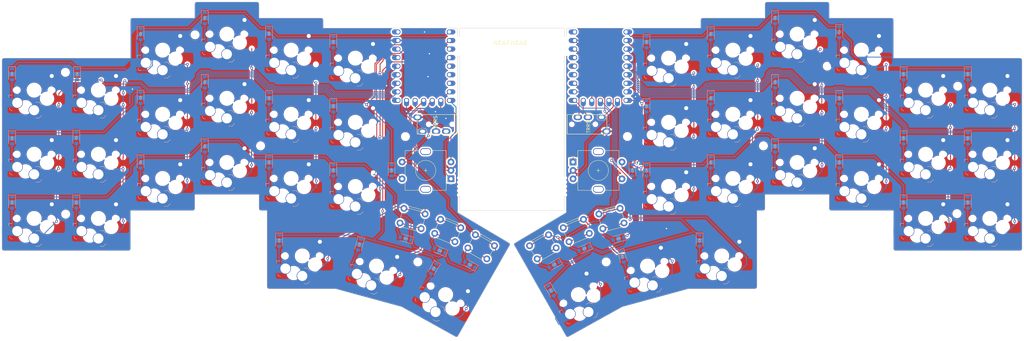
<source format=kicad_pcb>
(kicad_pcb (version 20221018) (generator pcbnew)
  (layers (0 "F.Cu" signal) (31 "B.Cu" signal) (34 "B.Paste" user) (35 "F.Paste" user) (36 "B.SilkS" user "B.Silkscreen") (37 "F.SilkS" user "F.Silkscreen") (38 "B.Mask" user) (39 "F.Mask" user) (44 "Edge.Cuts" user))
  (net 0 "")
  (net 1 "L_ROW1")
  (net 2 "Net-(D1-A)")
  (net 3 "Net-(D2-A)")
  (net 4 "Net-(D3-A)")
  (net 5 "Net-(D4-A)")
  (net 6 "Net-(D5-A)")
  (net 7 "Net-(D6-A)")
  (net 8 "L_ROW2")
  (net 9 "Net-(D7-A)")
  (net 10 "Net-(D8-A)")
  (net 11 "Net-(D9-A)")
  (net 12 "Net-(D10-A)")
  (net 13 "Net-(D11-A)")
  (net 14 "Net-(D12-A)")
  (net 15 "Net-(D13-A)")
  (net 16 "L_ROW3")
  (net 17 "Net-(D14-A)")
  (net 18 "Net-(D15-A)")
  (net 19 "Net-(D16-A)")
  (net 20 "Net-(D17-A)")
  (net 21 "Net-(D18-A)")
  (net 22 "Net-(D19-A)")
  (net 23 "Net-(D20-A)")
  (net 24 "Net-(D21-A)")
  (net 25 "Net-(D22-A)")
  (net 26 "L_ROW4")
  (net 27 "Net-(D23-A)")
  (net 28 "Net-(D24-A)")
  (net 29 "Net-(D25-A)")
  (net 30 "L_GND")
  (net 31 "L_TX")
  (net 32 "L_RX")
  (net 33 "L_VCC")
  (net 34 "L_COL1")
  (net 35 "L_COL2")
  (net 36 "L_COL3")
  (net 37 "L_COL4")
  (net 38 "L_COL5")
  (net 39 "L_COL6")
  (net 40 "L_ROTA")
  (net 41 "L_ROTB")
  (net 42 "L_COL9")
  (net 43 "L_COL7")
  (net 44 "L_COL8")
  (net 49 "R_ROW1")
  (net 50 "Net-(D26-A)")
  (net 51 "Net-(D27-A)")
  (net 52 "Net-(D28-A)")
  (net 53 "Net-(D29-A)")
  (net 54 "Net-(D30-A)")
  (net 55 "Net-(D31-A)")
  (net 56 "R_ROW2")
  (net 57 "Net-(D32-A)")
  (net 58 "Net-(D33-A)")
  (net 59 "Net-(D34-A)")
  (net 60 "Net-(D35-A)")
  (net 61 "Net-(D36-A)")
  (net 62 "Net-(D37-A)")
  (net 63 "Net-(D38-A)")
  (net 64 "R_ROW3")
  (net 65 "Net-(D39-A)")
  (net 66 "Net-(D40-A)")
  (net 67 "Net-(D41-A)")
  (net 68 "Net-(D42-A)")
  (net 69 "Net-(D43-A)")
  (net 70 "Net-(D44-A)")
  (net 71 "Net-(D45-A)")
  (net 72 "Net-(D46-A)")
  (net 73 "Net-(D47-A)")
  (net 74 "R_ROW4")
  (net 75 "Net-(D48-A)")
  (net 76 "Net-(D49-A)")
  (net 77 "Net-(D50-A)")
  (net 78 "R_GND")
  (net 79 "R_TX")
  (net 80 "R_RX")
  (net 81 "R_VCC")
  (net 82 "R_COL6")
  (net 83 "R_COL5")
  (net 84 "R_COL4")
  (net 85 "R_COL3")
  (net 86 "R_COL2")
  (net 87 "R_COL1")
  (net 88 "R_ROTA")
  (net 89 "R_ROTB")
  (net 90 "R_COL9")
  (net 91 "R_COL8")
  (net 92 "R_COL7")
  (footprint "sepp:SW_choc_HS_1u" (layer "F.Cu") (at 142.36665 62.327749)
    (fp_text reference "SW6" hide)
    (fp_text value "MX_SW_HS" hide)
  )
  (footprint "MountingHole:MountingHole_2.2mm_M2_DIN965" (layer "F.Cu") (at 56.391654 66.53775)
    (fp_text reference "H1" hide)
    (fp_text value "MountingHole")
  )
  (footprint "sepp:SW_choc_HS_1u" (layer "F.Cu") (at 123.316649 59.95275)
    (fp_text reference "SW5" hide)
    (fp_text value "MX_SW_HS" hide)
  )
  (footprint "sepp:SW_choc_HS_1u" (layer "F.Cu") (at 208.485599 132.552832 30)
    (fp_text reference "SW48" hide)
    (fp_text value "MX_SW_HS" hide)
  )
  (footprint "MountingHole:MountingHole_2.2mm_M2_DIN965" (layer "F.Cu") (at 320.716651 108.502751)
    (fp_text reference "H11" hide)
    (fp_text value "MountingHole" hide)
  )
  (footprint "sepp:SW_choc_HS_1u" (layer "F.Cu") (at 235.235599 62.327798)
    (fp_text reference "SW26" hide)
    (fp_text value "MX_SW_HS" hide)
  )
  (footprint "sepp:SW_choc_HS_1u" (layer "F.Cu") (at 250.985601 121.052829)
    (fp_text reference "SW50" hide)
    (fp_text value "MX_SW_HS" hide)
  )
  (footprint "sepp:SW_choc_HS_1u" (layer "F.Cu") (at 292.3856 79.002813)
    (fp_text reference "SW36" hide)
    (fp_text value "MX_SW_HS" hide)
  )
  (footprint "sepp:rp2040-zero-tht" (layer "F.Cu") (at 214.99496 64.709051)
    (fp_text reference "U2" hide)
    (fp_text value "rp2040-zero" hide)
  )
  (footprint "sepp:SW_choc_HS_1u" (layer "F.Cu") (at 142.366652 81.377754)
    (fp_text reference "SW12" hide)
    (fp_text value "MX_SW_HS" hide)
  )
  (footprint "sepp:SW_choc_HS_1u" (layer "F.Cu") (at 47.116653 90.877749)
    (fp_text reference "SW7" hide)
    (fp_text value "MX_SW_HS" hide)
  )
  (footprint "sepp:SW_choc_HS_1u" (layer "F.Cu") (at 311.435597 71.827799)
    (fp_text reference "SW30" hide)
    (fp_text value "MX_SW_HS" hide)
  )
  (footprint "sepp:SW_choc_HS_1u" (layer "F.Cu") (at 254.285599 79.002816)
    (fp_text reference "SW34" hide)
    (fp_text value "MX_SW_HS" hide)
  )
  (footprint "sepp:MJ-4PP-9" (layer "F.Cu") (at 172.579151 81.97313 -90)
    (fp_text reference "J1")
    (fp_text value "MJ-4PP-9" hide)
  )
  (footprint "sepp:actionswitch" (layer "F.Cu") (at 167.609458 110.202177 -22.5)
    (fp_text reference "SW21" hide)
    (fp_text value "actionswitch")
  )
  (footprint "sepp:SW_choc_HS_1u" (layer "F.Cu") (at 47.116653 71.82775)
    (fp_text reference "SW1" hide)
    (fp_text value "MX_SW_HS" hide)
  )
  (footprint "MountingHole:MountingHole_2.2mm_M2_DIN965" (layer "F.Cu") (at 160.881652 122.837747)
    (fp_text reference "H10" hide)
    (fp_text value "MountingHole")
  )
  (footprint "sepp:breakaway-mousebites" (layer "F.Cu") (at 173.345652 100.417753 90)
    (fp_text reference "H15" hide)
    (fp_text value "mousebites" hide)
  )
  (footprint "sepp:actionswitch" (layer "F.Cu") (at 194.013019 118.025273 30)
    (fp_text reference "SW39" hide)
    (fp_text value "actionswitch")
  )
  (footprint "sepp:SW_choc_HS_1u" (layer "F.Cu") (at 123.316653 79.00275)
    (fp_text reference "SW11" hide)
    (fp_text value "MX_SW_HS" hide)
  )
  (footprint "sepp:SW_choc_HS_1u" (layer "F.Cu") (at 273.335603 55.202797)
    (fp_text reference "SW28" hide)
    (fp_text value "MX_SW_HS" hide)
  )
  (footprint "MountingHole:MountingHole_2.2mm_M2_DIN965" (layer "F.Cu") (at 223.031252 85.588054)
    (fp_text reference "H4" hide)
    (fp_text value "MountingHole" hide)
  )
  (footprint "sepp:SW_choc_HS_1u" (layer "F.Cu") (at 330.485599 90.877813)
    (fp_text reference "SW38" hide)
    (fp_text value "MX_SW_HS" hide)
  )
  (footprint "sepp:breakaway-mousebites" (layer "F.Cu") (at 204.79165 100.402752 90)
    (fp_text reference "H16" hide)
    (fp_text value "mousebites" hide)
  )
  (footprint "sepp:SW_choc_HS_1u" (layer "F.Cu") (at 126.616649 121.052751)
    (fp_text reference "SW23" hide)
    (fp_text value "MX_SW_HS" hide)
  )
  (footprint "sepp:SW_choc_HS_1u" (layer "F.Cu") (at 142.366651 100.42775)
    (fp_text reference "SW19" hide)
    (fp_text value "MX_SW_HS" hide)
  )
  (footprint "sepp:breakaway-mousebites" (layer "F.Cu") (at 204.765503 58.727752 90)
    (fp_text reference "H14" hide)
    (fp_text value "mousebites" hide)
  )
  (footprint "sepp:SW_choc_HS_1u" (layer "F.Cu") (at 292.385594 59.952798)
    (fp_text reference "SW29" hide)
    (fp_text value "MX_SW_HS" hide)
  )
  (footprint "sepp:rp2040-zero-tht" (layer "F.Cu") (at 162.607279 64.709)
    (fp_text reference "U1" hide)
    (fp_text value "rp2040-zero" hide)
  )
  (footprint "sepp:SW_choc_HS_1u" (layer "F.Cu") (at 104.266652 55.20275)
    (fp_text reference "SW4" hide)
    (fp_text value "MX_SW_HS" hide)
  )
  (footprint "sepp:SW_choc_HS_1u" (layer "F.Cu") (at 66.166653 90.877752)
    (fp_text reference "SW8" hide)
    (fp_text value "MX_SW_HS" hide)
  )
  (footprint "MountingHole:MountingHole_2.2mm_M2_DIN965" (layer "F.Cu") (at 94.831651 55.39775)
    (fp_text reference "H5" hide)
    (fp_text value "MountingHole")
  )
  (footprint "MountingHole:MountingHole_2.2mm_M2_DIN965" (layer "F.Cu") (at 216.7206 122.83783)
    (fp_text reference "H3" hide)
    (fp_text value "MountingHole" hide)
  )
  (footprint "sepp:SW_choc_HS_1u" (layer "F.Cu") (at 228.9856 124.05283 15)
    (fp_text reference "SW49" hide)
    (fp_text value "MX_SW_HS" hide)
  )
  (footprint "sepp:actionswitch" (layer "F.Cu") (at 177.959959 114.775584 -30)
    (fp_text reference "SW22" hide)
    (fp_text value "actionswitch")
  )
  (footprint "MountingHole:MountingHole_2.2mm_M2_DIN965" (layer "F.Cu") (at 320.960673 70.662184)
    (fp_text reference "H7" hide)
    (fp_text value "MountingHole" hide)
  )
  (footprint "MountingHole:MountingHole_2.2mm_M2_DIN965" (layer "F.Cu") (at 282.265327 64.709052)
    (fp_text reference "H8" hide)
    (fp_text value "MountingHole" hide)
  )
  (footprint "sepp:SW_choc_HS_1u" (layer "F.Cu") (at 47.116649 109.927752)
    (fp_text reference "SW14" hide)
    (fp_text value "MX_SW_HS" hide)
  )
  (footprint "sepp:SW_choc_HS_1u" (layer "F.Cu") (at 104.266652 74.252753)
    (fp_text reference "SW10" hide)
    (fp_text value "MX_SW_HS" hide)
  )
  (footprint "sepp:SW_choc_HS_1u" (layer "F.Cu") (at 148.616652 124.05275 -15)
    (fp_text reference "SW24" hide)
    (fp_text value "MX_SW_HS" hide)
  )
  (footprint "sepp:SW_choc_HS_1u" (layer "F.Cu") (at 85.216651 79.00275)
    (fp_text reference "SW9" hide)
    (fp_text value "MX_SW_HS" hide)
  )
  (footprint "sepp:SW_choc_HS_1u" (layer "F.Cu") (at 104.266651 93.302749)
    (fp_text reference "SW17" hide)
    (fp_text value "MX_SW_HS" hide)
  )
  (footprint "sepp:SW_choc_HS_1u" (layer "F.Cu") (at 235.235597 100.42783)
    (fp_text reference "SW42" hide)
    (fp_text value "MX_SW_HS" hide)
  )
  (footprint "sepp:SW_choc_HS_1u" (layer "F.Cu") (at 85.216649 98.052755)
    (fp_text reference "SW16" hide)
    (fp_text value "MX_SW_HS" hide)
  )
  (footprint "sepp:RotaryEncoder_EC11" (layer "F.Cu") (at 163.202723 95.665327 180)
    (fp_text reference "SW13")
    (fp_text value "RotaryEncoder_Switch")
  )
  (footprint "sepp:SW_choc_HS_1u" (layer "F.Cu") (at 66.166651 109.927751)
    (fp_text reference "SW15" hide)
    (fp_text value "MX_SW_HS" hide)
  )
  (footprint "sepp:SW_choc_HS_1u" (layer "F.Cu") (at 311.4356 109.92783)
    (fp_text reference "SW46" hide)
    (fp_text value "MX_SW_HS" hide)
  )
  (footprint "sepp:actionswitch" (layer "F.Cu") (at 214.565001 108.61066 15)
    (fp_text reference "SW41" hide)
    (fp_text value "actionswitch")
  )
  (footprint "sepp:breakaway-mousebites" (layer "F.Cu") (at 173.345651 58.717752 90)
    (fp_text reference "H13" hide)
    (fp_text value "mousebites" hide)
  )
  (footprint "sepp:SW_choc_HS_1u" (layer "F.Cu") (at 292.385598 98.052833)
    (fp_text reference "SW45" hide)
    (fp_text value "MX_SW_HS" hide)
  )
  (footprint "sepp:actionswitch" (layer "F.Cu") (at 156.758958 106.928769 -15)
    (fp_text reference "SW20" hide)
    (fp_text value "actionswitch")
  )
  (footprint "sepp:actionswitch" (layer "F.Cu") (at 203.987954 112.688824 22.5)
    (fp_text reference "SW40" hide)
    (fp_text value "actionswitch")
  )
  (footprint "sepp:MJ-4PP-9" (layer "F.Cu") (at 205.022957 81.973048 90)
    (fp_text reference "J2")
    (fp_text value "MJ-4PP-9" hide)
  )
  (footprint "sepp:SW_choc_HS_1u" (layer "F.Cu") (at 235.235598 81.377816)
    (fp_text reference "SW33" hide)
    (fp_text value "MX_SW_HS" hide)
  )
  (footprint "sepp:SW_choc_HS_1u" (layer "F.Cu") (at 311.435599 90.877814)
    (fp_text reference "SW37" hide)
    (fp_text value "MX_SW_HS" hide)
  )
  (footprint "sepp:SW_choc_HS_1u" (layer "F.Cu") (at 273.335601 93.302834)
    (fp_text reference "SW44" hide)
    (fp_text value "MX_SW_HS" hide)
  )
  (footprint "sepp:SW_choc_HS_1u" (layer "F.Cu") (at 123.316653 98.05275)
    (fp_text reference "SW18" hide)
    (fp_text value "MX_SW_HS" hide)
  )
  (footprint "sepp:RotaryEncoder_EC11" (layer "F.Cu") (at 214.399599 95.665833)
    (fp_text reference "SW32")
    (fp_text value "RotaryEncoder_Switch")
  )
  (footprint "sepp:SW_choc_HS_1u" (layer "F.Cu") (at 330.485598 71.827798)
    (fp_text reference "SW31" hide)
    (fp_text value "MX_SW_HS" hide)
  )
  (footprint "sepp:SW_choc_HS_1u" (layer "F.Cu") (at 254.2856 59.952798)
    (fp_text reference "SW27" hide)
    (fp_text value "MX_SW_HS" hide)
  )
  (footprint "sepp:SW_choc_HS_1u" (layer "F.Cu") (at 273.3356 74.252813)
    (fp_text reference "SW35" hide)
    (fp_text value "MX_SW_HS" hide)
  )
  (footprint "sepp:SW_choc_HS_1u" (layer "F.Cu") (at 169.116653 132.552752 -30)
    (fp_text reference "SW25" hide)
    (fp_text value "MX_SW_HS" hide)
  )
  (footprint "sepp:SW_choc_HS_1u" (layer "F.Cu") (at 330.485599 109.927834)
    (fp_text reference "SW47" hide)
    (fp_text value "MX_SW_HS" hide)
  )
  (footprint "MountingHole:MountingHole_2.2mm_M2_DIN965" (layer "F.Cu") (at 157.202368 85.61161)
    (fp_text reference "H9" hide)
    (fp_text value "MountingHole")
  )
  (footprint "MountingHole:MountingHole_2.2mm_M2_DIN965" (layer "F.Cu") (at 114.251654 88.367751)
    (fp_text reference "H6" hide)
    (fp_text value "MountingHole")
  )
  (footprint "MountingHole:MountingHole_2.2mm_M2_DIN965" (layer "F.Cu") (at 56.461651 108.647748)
    (fp_text reference "H2" hide)
    (fp_text value "MountingHole")
  )
  (footprint "sepp:SW_choc_HS_1u" (layer "F.Cu") (at 85.216651 59.952751)
    (fp_text reference "SW3" hide)
    (fp_text value "MX_SW_HS" hide)
  )
  (footprint "sepp:SW_choc_HS_1u" (layer "F.Cu") (at 254.285601 98.05283)
    (fp_text reference "SW43" hide)
    (fp_text value "MX_SW_HS" hide)
  )
  (footprint "MountingHole:MountingHole_2.2mm_M2_DIN965" (layer "F.Cu") (at 263.350597 88.367816)
    (fp_text reference "H12" hide)
    (fp_text value "MountingHole" hide)
  )
  (footprint "sepp:SW_choc_HS_1u" (layer "F.Cu") (at 66.166653 71.827751)
    (fp_text reference "SW2" hide)
    (fp_text value "MX_SW_HS" hide)
  )
  (footprint "sepp:D_SOD-123" (layer "B.Cu") (at 221.5434 121.263785 -75)
    (fp_text reference "D49" hide)
    (fp_text value "1N4148W")
  )
  (footprint "sepp:D_SOD-123" (layer "B.Cu") (at 285.837204 54.588726 -90)
    (fp_text reference "D29" hide)
    (fp_text value "1N4148W")
  )
  (footprint "sepp:D_SOD-123" (layer "B.Cu") (at 116.768315 55.048105 -90)
    (fp_text reference "D5" hide)
    (fp_text value "1N4148W")
  )
  (footprint "sepp:D_SOD-123" (layer "B.Cu") (at 78.66828 93.284076 -90)
    (fp_text reference "D16" hide)
    (fp_text value "1N4148W")
  )
  (footprint "sepp:D_SOD-123" (layer "B.Cu") (at 228.687158 76.615313 -90)
    (fp_text reference "D33" hide)
    (fp_text value "1N4148W")
  )
  (footprint "sepp:D_SOD-123" (layer "B.Cu") (at 97.718299 88.521572 -90)
    (fp_text reference "D17" hide)
    (fp_text value "1N4148W")
  )
  (footprint "sepp:D_SOD-123" (layer "B.Cu") (at 153.082406 95.665327 -90)
    (fp_text reference "D13" hide)
    (fp_text value "1N4148W")
  )
  (footprint "sepp:D_SOD-123" (layer "B.Cu") (at 200.352528 131.361164 -60)
    (fp_text reference "D48" hide)
    (fp_text value "1N4148W")
  )
  (footprint "sepp:D_SOD-123" (layer "B.Cu") (at 165.583978 124.835663 -120)
    (fp_text reference "D25" hide)
    (fp_text value "1N4148W")
  )
  (footprint "sepp:D_SOD-123" (layer "B.Cu") (at 266.787189 50.421536 -90)
    (fp_text reference "D28" hide)
    (fp_text value "1N4148W")
  )
  (footprint "sepp:D_SOD-123" (layer "B.Cu") (at 323.937236 67.090302 -90)
    (fp_text reference "D31" hide)
    (fp_text value "1N4148W")
  )
  (footprint "sepp:D_SOD-123" (layer "B.Cu") (at 40.568249 67.090303 -90)
    (fp_text reference "D1" hide)
    (fp_text value "1N4148W")
  )
  (footprint "sepp:D_SOD-123" (layer "B.Cu") (at 59.851651 67.087753 -90)
    (fp_text reference "D2" hide)
    (fp_text value "1N4148W")
  )
  (footprint "sepp:D_SOD-123" (layer "B.Cu") (at 135.818329 76.615308 -90)
    (fp_text reference "D12" hide)
    (fp_text value "1N4148W")
  )
  (footprint "sepp:D_SOD-123" (layer "B.Cu") (at 78.66828 55.184046 -90)
    (fp_text reference "D3" hide)
    (fp_text value "1N4148W")
  )
  (footprint "sepp:D_SOD-123" (layer "B.Cu") (at 224.519965 95.665329 -90)
    (fp_text reference "D32" hide)
    (fp_text value "1N4148W")
  )
  (footprint "sepp:D_SOD-123" (layer "B.Cu") (at 201.30276 123.645036 -150)
    (fp_text reference "D39" hide)
    (fp_text value "1N4148W")
  )
  (footprint "sepp:D_SOD-123" (layer "B.Cu") (at 97.718297 69.471555 -90)
    (fp_text reference "D10" hide)
    (fp_text value "1N4148W")
  )
  (footprint "sepp:D_SOD-123" (layer "B.Cu") (at 210.232453 118.882532 -157.5)
    (fp_text reference "D40" hide)
    (fp_text value "1N4148W")
  )
  (footprint "sepp:D_SOD-123" (layer "B.Cu") (at 304.887219 105.190334 -90)
    (fp_text reference "D46" hide)
    (fp_text value "1N4148W")
  )
  (footprint "sepp:D_SOD-123" (layer "B.Cu") (at 59.618266 105.190335 -90)
    (fp_text reference "D15" hide)
    (fp_text value "1N4148W")
  )
  (footprint "sepp:D_SOD-123" (layer "B.Cu") (at 323.937237 105.190334 -90)
    (fp_text reference "D47" hide)
    (fp_text value "1N4148W")
  )
  (footprint "sepp:D_SOD-123" (layer "B.Cu") (at 59.618266 86.00438 -90)
    (fp_text reference "D8" hide)
    (fp_text value "1N4148W")
  )
  (footprint "sepp:D_SOD-123" (layer "B.Cu") (at 323.937237 86.140318 -90)
    (fp_text reference "D38" hide)
    (fp_text value "1N4148W")
  )
  (footprint "sepp:D_SOD-123" (layer "B.Cu") (at 304.887225 67.090303 -90)
    (fp_text reference "D30" hide)
    (fp_text value "1N4148W")
  )
  (footprint "sepp:D_SOD-123" (layer "B.Cu") (at 135.818329 95.665326 -90)
    (fp_text reference "D19" hide)
    (fp_text value "1N4148W")
  )
  (footprint "sepp:D_SOD-123" (layer "B.Cu") (at 143.557398 117.691905 -105)
    (fp_text reference "D24" hide)
    (fp_text value "1N4148W")
  )
  (footprint "sepp:D_SOD-123" (layer "B.Cu") (at 116.768313 74.234059 -90)
    (fp_text reference "D11" hide)
    (fp_text value "1N4148W")
  )
  (footprint "sepp:D_SOD-123" (layer "B.Cu") (at 176.299615 123.645039 150)
    (fp_text reference "D22" hide)
    (fp_text value "1N4148W")
  )
  (footprint "sepp:D_SOD-123" (layer "B.Cu") (at 244.405691 116.478338 -90)
    (fp_text reference "D50" hide)
    (fp_text value "1N4148W")
  )
  (footprint "sepp:D_SOD-123" (layer "B.Cu") (at 220.352775 115.905968 -165)
    (fp_text reference "D41" hide)
    (fp_text value "1N4148W")
  )
  (footprint "sepp:D_SOD-123" (layer "B.Cu") (at 228.687157 95.665327 -90)
    (fp_text reference "D42" hide)
    (fp_text value "1N4148W")
  )
  (footprint "sepp:D_SOD-123" (layer "B.Cu") (at 247.737172 74.23406 -90)
    (fp_text reference "D34" hide)
    (fp_text value "1N4148W")
  )
  (footprint "sepp:D_SOD-123" (layer "B.Cu") (at 304.887221 86.140321 -90)
    (fp_text reference "D37" hide)
    (fp_text value "1N4148W")
  )
  (footprint "sepp:D_SOD-123" (layer "B.Cu") (at 167.369918 119.477846 157.5)
    (fp_text reference "D21" hide)
    (fp_text value "1N4148W")
  )
  (footprint "sepp:D_SOD-123" (layer "B.Cu") (at 266.787189 88.52157 -90)
    (fp_text reference "D44" hide)
    (fp_text value "1N4148W")
  )
  (footprint "sepp:D_SOD-123" (layer "B.Cu") (at 228.687158 57.565294 -90)
    (fp_text reference "D26" hide)
    (fp_text value "1N4148W")
  )
  (footprint "sepp:D_SOD-123" (layer "B.Cu") (at 97.718297 50.421539 -90)
    (fp_text reference "D4" hide)
    (fp_text value "1N4148W")
  )
  (footprint "sepp:D_SOD-123" (layer "B.Cu") (at 78.66828 74.098118 -90)
    (fp_text reference "D9" hide)
    (fp_text value "1N4148W")
  )
  (footprint "sepp:D_SOD-123" (layer "B.Cu") (at 247.737173 55.184041 -90)
    (fp_text reference "D27" hide)
    (fp_text value "1N4148W")
  )
  (footprint "sepp:D_SOD-123" (layer "B.Cu") (at 285.8372 93.284075 -90)
    (fp_text reference "D45" hide)
    (fp_text value "1N4148W")
  )
  (footprint "sepp:D_SOD-123" (layer "B.Cu") (at 135.818327 57.565295 -90)
    (fp_text reference "D6" hide)
    (fp_text value "1N4148W")
  )
  (footprint "sepp:D_SOD-123" (layer "B.Cu") (at 247.737172 93.284072 -90)
    (fp_text reference "D43" hide)
    (fp_text value "1N4148W")
  )
  (footprint "sepp:D_SOD-123" (layer "B.Cu") (at 285.837206 74.234057 -90)
    (fp_text reference "D36" hide)
    (fp_text value "1N4148W")
  )
  (footprint "sepp:D_SOD-123" (layer "B.Cu") (at 157.249599 115.905969 165)
    (fp_text reference "D20" hide)
    (fp_text value "1N4148W")
  )
  (footprint "sepp:D_SOD-123" (layer "B.Cu") (at 266.787189 69.471553 -90)
    (fp_text reference "D35" hide)
    (fp_text value "1N4148W")
  )
  (footprint "sepp:D_SOD-123" (layer "B.Cu") (at 40.568249 86.140318 -90)
    (fp_text reference "D7" hide)
    (fp_text value "1N4148W")
  )
  (footprint "sepp:D_SOD-123" (layer "B.Cu") (at 119.744876 116.501281 -90)
    (fp_text reference "D23" hide)
    (fp_text value "1N4148W")
  )
  (footprint "sepp:D_SOD-123" (layer "B.Cu") (at 40.568248 105.190333 -90)
    (fp_text reference "D14" hide)
    (fp_text value "1N4148W")
  )
  (footprint "sepp:D_SOD-123" (layer "B.Cu") (at 116.768313 93.284076 -90)
    (fp_text reference "D18" hide)
    (fp_text value "1N4148W")
  )
  (gr_arc (start 263.810624 106.976273) (mid 263.636222 107.397167) (end 263.21531 107.571584) (stroke (width 0.1)) (layer "Edge.Cuts"))
  (gr_line (start 204.279324 61.732487) (end 204.874637 61.732486) (stroke (width 0.1)) (layer "Edge.Cuts"))
  (gr_line (start 116.768313 130.788793) (end 136.413642 130.788791) (stroke (width 0.1)) (layer "Edge.Cuts"))
  (gr_line (start 204.874636 108.166899) (end 189.570861 117.270957) (stroke (width 0.1)) (layer "Edge.Cuts"))
  (gr_line (start 263.810624 106.976273) (end 263.810623 102.809082) (stroke (width 0.1)) (layer "Edge.Cuts"))
  (gr_arc (start 302.505969 119.477847) (mid 302.085016 119.303489) (end 301.910656 118.882536) (stroke (width 0.1)) (layer "Edge.Cuts"))
  (gr_arc (start 94.741732 46.254349) (mid 94.916067 45.833371) (end 95.337044 45.659036) (stroke (width 0.1)) (layer "Edge.Cuts"))
  (gr_arc (start 37.591686 62.923114) (mid 37.766088 62.502201) (end 38.186996 62.327799) (stroke (width 0.1)) (layer "Edge.Cuts"))
  (gr_line (start 38.186998 119.477849) (end 75.096405 119.477846) (stroke (width 0.1)) (layer "Edge.Cuts"))
  (gr_line (start 188.031511 117.270959) (end 172.727734 108.166902) (stroke (width 0.1)) (layer "Edge.Cuts"))
  (gr_line (start 132.841765 53.398105) (end 132.841761 51.016853) (stroke (width 0.1)) (layer "Edge.Cuts"))
  (gr_line (start 204.874636 103.404393) (end 204.874636 108.166899) (stroke (width 0.1)) (layer "Edge.Cuts"))
  (gr_line (start 172.727733 97.451268) (end 172.727735 62.327799) (stroke (width 0.1)) (layer "Edge.Cuts"))
  (gr_line (start 156.058971 136.146612) (end 172.132422 145.076307) (stroke (width 0.1)) (layer "Edge.Cuts"))
  (gr_line (start 263.810621 50.42154) (end 245.355925 50.421536) (stroke (width 0.1)) (layer "Edge.Cuts"))
  (gr_arc (start 283.455955 107.571586) (mid 283.035061 107.397189) (end 282.860637 106.976272) (stroke (width 0.1)) (layer "Edge.Cuts"))
  (gr_line (start 204.874638 55.779354) (end 204.874637 53.993417) (stroke (width 0.1)) (layer "Edge.Cuts"))
  (gr_line (start 172.727736 61.732488) (end 173.32305 61.732486) (stroke (width 0.1)) (layer "Edge.Cuts"))
  (gr_arc (start 261.429369 130.19348) (mid 261.255004 130.614449) (end 260.834058 130.788794) (stroke (width 0.1)) (layer "Edge.Cuts"))
  (gr_line (start 132.246453 50.421537) (end 113.79175 50.421543) (stroke (width 0.1)) (layer "Edge.Cuts"))
  (gr_arc (start 172.132421 53.398103) (mid 172.553405 53.572454) (end 172.727735 53.993418) (stroke (width 0.1)) (layer "Edge.Cuts"))
  (gr_arc (start 189.3965 117.691909) (mid 189.441843 117.464104) (end 189.570861 117.270957) (stroke (width 0.1)) (layer "Edge.Cuts"))
  (gr_arc (start 205.469951 145.076306) (mid 205.148642 145.069874) (end 204.874637 144.901944) (stroke (width 0.1)) (layer "Edge.Cuts"))
  (gr_line (start 221.543401 136.146612) (end 241.188733 130.788796) (stroke (width 0.1)) (layer "Edge.Cuts"))
  (gr_arc (start 113.196434 45.659034) (mid 113.617398 45.83339) (end 113.791748 46.254347) (stroke (width 0.1)) (layer "Edge.Cuts"))
  (gr_line (start 204.279325 53.398103) (end 173.323044 53.398107) (stroke (width 0.1)) (layer "Edge.Cuts"))
  (gr_line (start 172.727735 62.327799) (end 172.727736 61.732488) (stroke (width 0.1)) (layer "Edge.Cuts"))
  (gr_line (start 172.727735 53.993418) (end 172.727735 55.779359) (stroke (width 0.1)) (layer "Edge.Cuts"))
  (gr_arc (start 244.760611 51.016853) (mid 244.934979 50.595929) (end 245.355925 50.421536) (stroke (width 0.1)) (layer "Edge.Cuts"))
  (gr_line (start 172.727733 144.901942) (end 188.205872 117.691909) (stroke (width 0.1)) (layer "Edge.Cuts"))
  (gr_line (start 301.910658 62.327799) (end 301.910655 51.016852) (stroke (width 0.1)) (layer "Edge.Cuts"))
  (gr_line (start 263.810623 102.809082) (end 282.860639 102.80908) (stroke (width 0.1)) (layer "Edge.Cuts"))
  (gr_line (start 173.323047 97.451268) (end 172.727733 97.451268) (stroke (width 0.1)) (layer "Edge.Cuts"))
  (gr_line (start 94.741734 102.809082) (end 113.791749 102.809083) (stroke (width 0.1)) (layer "Edge.Cuts"))
  (gr_line (start 339.415374 62.327798) (end 301.910658 62.327799) (stroke (width 0.1)) (layer "Edge.Cuts"))
  (gr_arc (start 340.010686 118.882536) (mid 339.836354 119.303499) (end 339.415373 119.477846) (stroke (width 0.1)) (layer "Edge.Cuts"))
  (gr_line (start 205.469951 145.076306) (end 221.543401 136.146612) (stroke (width 0.1)) (layer "Edge.Cuts"))
  (gr_line (start 301.910659 107.571587) (end 301.910656 118.882536) (stroke (width 0.1)) (layer "Edge.Cuts"))
  (gr_line (start 302.505969 119.477847) (end 339.415373 119.477846) (stroke (width 0.1)) (layer "Edge.Cuts"))
  (gr_line (start 263.810623 46.254347) (end 263.810621 50.42154) (stroke (width 0.1)) (layer "Edge.Cuts"))
  (gr_line (start 189.3965 117.691909) (end 204.874637 144.901944) (stroke (width 0.1)) (layer "Edge.Cuts"))
  (gr_line (start 136.413642 130.788791) (end 156.058971 136.146612) (stroke (width 0.1)) (layer "Edge.Cuts"))
  (gr_arc (start 204.874637 53.993417) (mid 205.049036 53.572485) (end 205.469949 53.398103) (stroke (width 0.1)) (layer "Edge.Cuts"))
  (gr_line (start 94.741733 50.42154) (end 76.287027 50.421538) (stroke (width 0.1)) (layer "Edge.Cuts"))
  (gr_arc (start 94.741734 106.976275) (mid 94.567368 107.397235) (end 94.146422 107.571584) (stroke (width 0.1)) (layer "Edge.Cuts"))
  (gr_line (start 172.727735 55.779359) (end 173.323048 55.779355) (stroke (width 0.1)) (layer "Edge.Cuts"))
  (gr_arc (start 282.265328 45.659033) (mid 282.686262 45.833394) (end 282.860637 46.254349) (stroke (width 0.1)) (layer "Edge.Cuts"))
  (gr_line (start 75.691716 51.016853) (end 75.691716 62.327801) (stroke (width 0.1)) (layer "Edge.Cuts"))
  (gr_line (start 204.279325 103.404395) (end 204.874636 103.404393) (stroke (width 0.1)) (layer "Edge.Cuts"))
  (gr_line (start 113.79175 50.421543) (end 113.791748 46.254347) (stroke (width 0.1)) (layer "Edge.Cuts"))
  (gr_line (start 204.279325 107.571586) (end 204.279325 103.404395) (stroke (width 0.1)) (layer "Edge.Cuts"))
  (gr_line (start 172.727735 103.404395) (end 173.323047 103.404396) (stroke (width 0.1)) (layer "Edge.Cuts"))
  (gr_line (start 94.741734 106.976275) (end 94.741734 102.809082) (stroke (width 0.1)) (layer "Edge.Cuts"))
  (gr_line (start 116.173 107.571588) (end 116.173 130.193479) (stroke (width 0.1)) (layer "Edge.Cuts"))
  (gr_line (start 173.323049 107.571587) (end 204.279325 107.571586) (stroke (width 0.1)) (layer "Edge.Cuts"))
  (gr_line (start 301.315344 50.421542) (end 282.860641 50.421538) (stroke (width 0.1)) (layer "Edge.Cuts"))
  (gr_line (start 37.591686 62.923114) (end 37.591685 118.88253) (stroke (width 0.1)) (layer "Edge.Cuts"))
  (gr_line (start 172.727734 108.166902) (end 172.727735 103.404395) (stroke (width 0.1)) (layer "Edge.Cuts"))
  (gr_line (start 204.874636 97.451263) (end 204.279322 97.451268) (stroke (width 0.1)) (layer "Edge.Cuts"))
  (gr_line (start 173.32305 61.732486) (end 173.323048 62.327797) (stroke (width 0.1)) (layer "Edge.Cuts"))
  (gr_line (start 204.279325 55.779357) (end 204.874638 55.779354) (stroke (width 0.1)) (layer "Edge.Cuts"))
  (gr_line (start 282.265328 45.659033) (end 264.405936 45.659036) (stroke (width 0.1)) (layer "Edge.Cuts"))
  (gr_arc (start 188.031511 117.270959) (mid 188.160581 117.464085) (end 188.205872 117.691909) (stroke (width 0.1)) (layer "Edge.Cuts"))
  (gr_line (start 94.741732 46.254349) (end 94.741733 50.42154) (stroke (width 0.1)) (layer "Edge.Cuts"))
  (gr_arc (start 116.768313 130.788793) (mid 116.347379 130.614417) (end 116.173 130.193479) (stroke (width 0.1)) (layer "Edge.Cuts"))
  (gr_line (start 75.691716 62.327801) (end 38.186996 62.327799) (stroke (width 0.1)) (layer "Edge.Cuts"))
  (gr_line (start 173.323044 53.398107) (end 173.323048 55.779355) (stroke (width 0.1)) (layer "Edge.Cuts"))
  (gr_line (start 283.455955 107.571586) (end 301.910659 107.571587) (stroke (width 0.1)) (layer "Edge.Cuts"))
  (gr_line (start 75.691717 118.882532) (end 75.691714 107.571586) (stroke (width 0.1)) (layer "Edge.Cuts"))
  (gr_arc (start 132.246453 50.421537) (mid 132.667405 50.595901) (end 132.841761 51.016853) (stroke (width 0.1)) (layer "Edge.Cuts"))
  (gr_arc (start 114.387063 107.571588) (mid 113.966098 107.397229) (end 113.791748 106.976272) (stroke (width 0.1)) (layer "Edge.Cuts"))
  (gr_line (start 75.691714 107.571586) (end 94.146422 107.571584) (stroke (width 0.1)) (layer "Edge.Cuts"))
  (gr_line (start 173.323047 103.404396) (end 173.323049 107.571587) (stroke (width 0.1)) (layer "Edge.Cuts"))
  (gr_line (start 261.429369 130.19348) (end 261.42937 107.571588) (stroke (width 0.1)) (layer "Edge.Cuts"))
  (gr_arc (start 263.810623 46.254347) (mid 263.984958 45.833367) (end 264.405936 45.659036) (stroke (width 0.1)) (layer "Edge.Cuts"))
  (gr_line (start 113.791749 102.809083) (end 113.791748 106.976272) (stroke (width 0.1)) (layer "Edge.Cuts"))
  (gr_line (start 204.279325 55.779357) (end 204.279325 53.398103) (stroke (width 0.1)) (layer "Edge.Cuts"))
  (gr_arc (start 172.727733 144.901942) (mid 172.453723 145.069866) (end 172.132422 145.076307) (stroke (width 0.1)) (layer "Edge.Cuts"))
  (gr_line (start 113.196434 45.659034) (end 95.337044 45.659036) (stroke (width 0.1)) (layer "Edge.Cuts"))
  (gr_arc (start 339.415374 62.327798) (mid 339.836324 62.502166) (end 340.010687 62.923109) (stroke (width 0.1)) (layer "Edge.Cuts"))
  (gr_line (start 282.860641 50.421538) (end 282.860637 46.254349) (stroke (width 0.1)) (layer "Edge.Cuts"))
  (gr_line (start 114.387063 107.571588) (end 116.173 107.571588) (stroke (width 0.1)) (layer "Edge.Cuts"))
  (gr_arc (start 301.315344 50.421542) (mid 301.736298 50.595901) (end 301.910655 51.016852) (stroke (width 0.1)) (layer "Edge.Cuts"))
  (gr_line (start 340.010686 118.882536) (end 340.010687 62.923109) (stroke (width 0.1)) (layer "Edge.Cuts"))
  (gr_line (start 173.323048 62.327797) (end 173.323047 97.451268) (stroke (width 0.1)) (layer "Edge.Cuts"))
  (gr_line (start 204.279322 97.451268) (end 204.279324 61.732487) (stroke (width 0.1)) (layer "Edge.Cuts"))
  (gr_line (start 261.42937 107.571588) (end 263.21531 107.571584) (stroke (width 0.1)) (layer "Edge.Cuts"))
  (gr_line (start 244.760611 51.016853) (end 244.760608 53.398103) (stroke (width 0.1)) (layer "Edge.Cuts"))
  (gr_line (start 204.874637 61.732486) (end 204.874636 97.451263) (stroke (width 0.1)) (layer "Edge.Cuts"))
  (gr_arc (start 75.691716 51.016853) (mid 75.866077 50.595896) (end 76.287027 50.421538) (stroke (width 0.1)) (layer "Edge.Cuts"))
  (gr_arc (start 75.691717 118.882532) (mid 75.517365 119.303514) (end 75.096405 119.477846) (stroke (width 0.1)) (layer "Edge.Cuts"))
  (gr_line (start 282.860639 102.80908) (end 282.860637 106.976272) (stroke (width 0.1)) (layer "Edge.Cuts"))
  (gr_line (start 172.132421 53.398103) (end 132.841765 53.398105) (stroke (width 0.1)) (layer "Edge.Cuts"))
  (gr_arc (start 38.186998 119.477849) (mid 37.766023 119.303499) (end 37.591685 118.88253) (stroke (width 0.1)) (layer "Edge.Cuts"))
  (gr_line (start 241.188733 130.788796) (end 260.834058 130.788794) (stroke (width 0.1)) (layer "Edge.Cuts"))
  (gr_line (start 244.760608 53.398103) (end 205.469949 53.398103) (stroke (width 0.1)) (layer "Edge.Cuts"))
  (gr_text "JLCJLCJLCJLC" (at 188.191652 57.752751) (layer "F.SilkS") (effects (font (size 1 1))))
  (segment (start 74.5939 65.9) (end 74.131652 65.437752) (width 0.25) (layer "B.Cu") (net 1))
  (segment (start 59.85165 65.437749) (end 74.131652 65.437752) (width 0.25) (layer "B.Cu") (net 1))
  (segment (start 59.85165 65.437749) (end 58.04165 63.627755) (width 0.25) (layer "B.Cu") (net 1))
  (segment (start 116.768313 53.398102) (end 119.285506 55.915297) (width 0.25) (layer "B.Cu") (net 1))
  (segment (start 109.58544 48.771542) (end 114.212001 53.398104) (width 0.25) (layer "B.Cu") (net 1))
  (segment (start 82.191651 57.057417) (end 82.191651 64.520823) (width 0.25) (layer "B.Cu") (net 1))
  (segment (start 168.860983 55.915294) (end 170.227279 54.549001) (width 0.25) (layer "B.Cu") (net 1))
  (segment (start 80.812474 65.9) (end 74.5939 65.9) (width 0.25) (layer "B.Cu") (net 1))
  (segment (start 119.285506 55.915297) (end 135.818329 55.915293) (width 0.25) (layer "B.Cu") (net 1))
  (segment (start 58.04165 63.627755) (end 42.3808 63.627749) (width 0.25) (layer "B.Cu") (net 1))
  (segment (start 82.191651 64.520823) (end 80.812474 65.9) (width 0.25) (layer "B.Cu") (net 1))
  (segment (start 78.66828 53.534046) (end 82.191651 57.057417) (width 0.25) (layer "B.Cu") (net 1))
  (segment (start 78.668282 53.534046) (end 92.955792 53.534045) (width 0.25) (layer "B.Cu") (net 1))
  (segment (start 114.212001 53.398104) (end 116.768313 53.398102) (width 0.25) (layer "B.Cu") (net 1))
  (segment (start 92.955792 53.534045) (end 97.718295 48.771538) (width 0.25) (layer "B.Cu") (net 1))
  (segment (start 42.3808 63.627749) (end 40.568249 65.440304) (width 0.25) (layer "B.Cu") (net 1))
  (segment (start 135.818329 55.915293) (end 168.860983 55.915294) (width 0.25) (layer "B.Cu") (net 1))
  (segment (start 97.718295 48.771538) (end 109.58544 48.771542) (width 0.25) (layer "B.Cu") (net 1))
  (segment (start 40.568251 68.740303) (end 40.568248 76.449349) (width 0.25) (layer "B.Cu") (net 2))
  (segment (start 40.568248 76.449349) (end 41.026649 76.907753) (width 0.25) (layer "B.Cu") (net 2))
  (segment (start 59.85165 68.73775) (end 59.291652 69.297752) (width 0.25) (layer "B.Cu") (net 3))
  (segment (start 59.291652 76.12275) (end 60.076654 76.907749) (width 0.25) (layer "B.Cu") (net 3))
  (segment (start 59.291652 69.297752) (end 59.291652 76.12275) (width 0.25) (layer "B.Cu") (net 3))
  (segment (start 78.668281 56.834043) (end 78.668281 64.574382) (width 0.25) (layer "B.Cu") (net 4))
  (segment (start 78.668281 64.574382) (end 79.126651 65.03275) (width 0.25) (layer "B.Cu") (net 4))
  (segment (start 97.718295 59.824396) (end 98.176652 60.28275) (width 0.25) (layer "B.Cu") (net 5))
  (segment (start 97.718299 52.07154) (end 97.718295 59.824396) (width 0.25) (layer "B.Cu") (net 5))
  (segment (start 116.768312 56.698103) (end 116.768314 64.574415) (width 0.25) (layer "B.Cu") (net 6))
  (segment (start 116.768314 64.574415) (end 117.226654 65.032752) (width 0.25) (layer "B.Cu") (net 6))
  (segment (start 135.818329 66.949428) (end 136.276653 67.407749) (width 0.25) (layer "B.Cu") (net 7))
  (segment (start 135.818328 59.215294) (end 135.818329 66.949428) (width 0.25) (layer "B.Cu") (net 7))
  (segment (start 170.227277 57.089001) (end 168.954667 58.361609) (width 0.25) (layer "F.Cu") (net 8))
  (segment (start 168.954667 58.361609) (end 153.734386 58.361614) (width 0.25) (layer "F.Cu") (net 8))
  (segment (start 153.734386 58.361614) (end 148.152368 63.943632) (width 0.25) (layer "F.Cu") (net 8))
  (segment (start 148.152368 63.943632) (end 148.15237 73.611611) (width 0.25) (layer "F.Cu") (net 8))
  (segment (start 148.15237 73.611611) (end 145.61394 76.150038) (width 0.25) (layer "F.Cu") (net 8))
  (via (at 145.61394 76.150038) (size 0.8) (drill 0.4) (layers "F.Cu" "B.Cu") (net 8))
  (segment (start 93.091732 72.44812) (end 97.718299 67.821556) (width 0.25) (layer "B.Cu") (net 8))
  (segment (start 77.221282 72.44812) (end 78.668281 72.44812) (width 0.25) (layer "B.Cu") (net 8))
  (segment (start 67.815022 84.35438) (end 76.291652 75.877749) (width 0.25) (layer "B.Cu") (net 8))
  (segment (start 116.76831 72.584061) (end 133.437076 72.584058) (width 0.25) (layer "B.Cu") (net 8))
  (segment (start 133.437076 72.584058) (end 135.818329 74.965312) (width 0.25) (layer "B.Cu") (net 8))
  (segment (start 97.718299 67.821556) (end 112.005809 67.821554) (width 0.25) (layer "B.Cu") (net 8))
  (segment (start 59.618263 84.354378) (end 67.815022 84.35438) (width 0.25) (layer "B.Cu") (net 8))
  (segment (start 76.291651 73.377749) (end 77.221282 72.44812) (width 0.25) (layer "B.Cu") (net 8))
  (segment (start 144.429214 74.965308) (end 135.818329 74.965312) (width 0.25) (layer "B.Cu") (net 8))
  (segment (start 153.082407 83.618506) (end 144.429214 74.965308) (width 0.25) (layer "B.Cu") (net 8))
  (segment (start 112.005809 67.821554) (end 116.76831 72.584061) (width 0.25) (layer "B.Cu") (net 8))
  (segment (start 78.668281 72.44812) (end 93.091732 72.44812) (width 0.25) (layer "B.Cu") (net 8))
  (segment (start 76.291652 75.877749) (end 76.291651 73.377749) (width 0.25) (layer "B.Cu") (net 8))
  (segment (start 59.482326 84.490319) (end 59.618263 84.354378) (width 0.25) (layer "B.Cu") (net 8))
  (segment (start 153.082407 94.015326) (end 153.082407 83.618506) (width 0.25) (layer "B.Cu") (net 8))
  (segment (start 40.568248 84.490318) (end 59.482326 84.490319) (width 0.25) (layer "B.Cu") (net 8))
  (segment (start 40.568249 95.499347) (end 41.026652 95.957749) (width 0.25) (layer "B.Cu") (net 9))
  (segment (start 40.56825 87.79032) (end 40.568249 95.499347) (width 0.25) (layer "B.Cu") (net 9))
  (segment (start 59.618265 95.499361) (end 60.076651 95.957752) (width 0.25) (layer "B.Cu") (net 10))
  (segment (start 59.618262 87.654383) (end 59.618265 95.499361) (width 0.25) (layer "B.Cu") (net 10))
  (segment (start 78.66828 83.624381) (end 79.126653 84.082749) (width 0.25) (layer "B.Cu") (net 11))
  (segment (start 78.668279 75.748122) (end 78.66828 83.624381) (width 0.25) (layer "B.Cu") (net 11))
  (segment (start 97.718299 78.874394) (end 98.176651 79.33275) (width 0.25) (layer "B.Cu") (net 12))
  (segment (start 97.718298 71.121557) (end 97.718299 78.874394) (width 0.25) (layer "B.Cu") (net 12))
  (segment (start 116.768312 83.624412) (end 117.226655 84.082751) (width 0.25) (layer "B.Cu") (net 13))
  (segment (start 116.768313 75.884059) (end 116.768312 83.624412) (width 0.25) (layer "B.Cu") (net 13))
  (segment (start 135.81833 78.265312) (end 135.818328 85.999428) (width 0.25) (layer "B.Cu") (net 14))
  (segment (start 135.818328 85.999428) (end 136.276652 86.457753) (width 0.25) (layer "B.Cu") (net 14))
  (segment (start 153.082407 97.315326) (end 155.352728 97.315326) (width 0.25) (layer "B.Cu") (net 15))
  (segment (start 155.352728 97.315326) (end 156.202727 98.165328) (width 0.25) (layer "B.Cu") (net 15))
  (segment (start 157.702368 58.811611) (end 155.602368 60.911611) (width 0.25) (layer "F.Cu") (net 16))
  (segment (start 170.227276 59.629) (end 169.409888 58.81161) (width 0.25) (layer "F.Cu") (net 16))
  (segment (start 169.409888 58.81161) (end 157.702368 58.811611) (width 0.25) (layer "F.Cu") (net 16))
  (segment (start 148.696652 73.355896) (end 148.696653 95.767328) (width 0.25) (layer "F.Cu") (net 16))
  (segment (start 148.696653 95.767328) (end 147.827369 96.636612) (width 0.25) (layer "F.Cu") (net 16))
  (segment (start 148.602367 64.130027) (end 148.602367 73.26161) (width 0.25) (layer "F.Cu") (net 16))
  (segment (start 151.820783 60.911611) (end 148.602367 64.130027) (width 0.25) (layer "F.Cu") (net 16))
  (segment (start 148.602367 73.26161) (end 148.696652 73.355896) (width 0.25) (layer "F.Cu") (net 16))
  (segment (start 155.602368 60.911611) (end 151.820783 60.911611) (width 0.25) (layer "F.Cu") (net 16))
  (via (at 147.827369 96.636612) (size 0.8) (drill 0.4) (layers "F.Cu" "B.Cu") (net 16))
  (segment (start 155.852368 109.311611) (end 157.302368 109.311611) (width 0.25) (layer "B.Cu") (net 16))
  (segment (start 168.89432 120.109276) (end 170.080547 122.973083) (width 0.25) (layer "B.Cu") (net 16))
  (segment (start 145.206085 94.015328) (end 147.827369 96.636612) (width 0.25) (layer "B.Cu") (net 16))
  (segment (start 92.955793 91.634077) (end 97.718296 86.871571) (width 0.25) (layer "B.Cu") (net 16))
  (segment (start 177.39015 125.287024) (end 177.728555 124.470037) (width 0.25) (layer "B.Cu") (net 16))
  (segment (start 75.841652 96.327749) (end 75.841649 94.460705) (width 0.25) (layer "B.Cu") (net 16))
  (segment (start 158.843372 116.33302) (end 159.700809 118.403056) (width 0.25) (layer "B.Cu") (net 16))
  (segment (start 68.629067 103.540334) (end 75.841652 96.327749) (width 0.25) (layer "B.Cu") (net 16))
  (segment (start 154.102367 107.561611) (end 155.852368 109.311611) (width 0.25) (layer "B.Cu") (net 16))
  (segment (start 59.618263 103.540333) (end 68.629067 103.540334) (width 0.25) (layer "B.Cu") (net 16))
  (segment (start 170.080547 122.973083) (end 176.528523 125.643922) (width 0.25) (layer "B.Cu") (net 16))
  (segment (start 40.568251 103.540334) (end 59.618263 103.540333) (width 0.25) (layer "B.Cu") (net 16))
  (segment (start 176.528523 125.643922) (end 177.39015 125.287024) (width 0.25) (layer "B.Cu") (net 16))
  (segment (start 154.102368 102.911611) (end 154.102367 107.561611) (width 0.25) (layer "B.Cu") (net 16))
  (segment (start 116.768313 91.634075) (end 133.437077 91.634073) (width 0.25) (layer "B.Cu") (net 16))
  (segment (start 159.700809 118.403056) (end 166.92346 121.394775) (width 0.25) (layer "B.Cu") (net 16))
  (segment (start 147.827369 96.636612) (end 154.102368 102.911611) (width 0.25) (layer "B.Cu") (net 16))
  (segment (start 133.437077 91.634073) (end 135.818328 94.015328) (width 0.25) (layer "B.Cu") (net 16))
  (segment (start 135.818331 94.015327) (end 145.206085 94.015328) (width 0.25) (layer "B.Cu") (net 16))
  (segment (start 166.92346 121.394775) (end 168.659749 120.675584) (width 0.25) (layer "B.Cu") (net 16))
  (segment (start 107.785472 86.87157) (end 112.547972 91.634076) (width 0.25) (layer "B.Cu") (net 16))
  (segment (start 78.668279 91.634074) (end 92.955793 91.634077) (width 0.25) (layer "B.Cu") (net 16))
  (segment (start 75.841649 94.460705) (end 78.668279 91.634074) (width 0.25) (layer "B.Cu") (net 16))
  (segment (start 157.302368 109.311611) (end 158.843376 110.852618) (width 0.25) (layer "B.Cu") (net 16))
  (segment (start 168.659749 120.675584) (end 168.89432 120.109276) (width 0.25) (layer "B.Cu") (net 16))
  (segment (start 158.843376 110.852618) (end 158.843376 116.33302) (width 0.25) (layer "B.Cu") (net 16))
  (segment (start 97.718296 86.871571) (end 107.785472 86.87157) (width 0.25) (layer "B.Cu") (net 16))
  (segment (start 112.547972 91.634076) (end 116.768313 91.634075) (width 0.25) (layer "B.Cu") (net 16))
  (segment (start 40.568247 114.549347) (end 41.026654 115.00775) (width 0.25) (layer "B.Cu") (net 17))
  (segment (start 40.568248 106.840333) (end 40.568247 114.549347) (width 0.25) (layer "B.Cu") (net 17))
  (segment (start 59.618266 106.840334) (end 59.618264 114.549362) (width 0.25) (layer "B.Cu") (net 18))
  (segment (start 59.618264 114.549362) (end 60.076654 115.00775) (width 0.25) (layer "B.Cu") (net 18))
  (segment (start 78.668281 102.674384) (end 79.126655 103.132752) (width 0.25) (layer "B.Cu") (net 19))
  (segment (start 78.66828 94.934076) (end 78.668281 102.674384) (width 0.25) (layer "B.Cu") (net 19))
  (segment (start 97.718299 97.924393) (end 98.176654 98.38275) (width 0.25) (layer "B.Cu") (net 20))
  (segment (start 97.718295 90.171573) (end 97.718299 97.924393) (width 0.25) (layer "B.Cu") (net 20))
  (segment (start 116.768312 94.934073) (end 116.76831 102.674415) (width 0.25) (layer "B.Cu") (net 21))
  (segment (start 116.76831 102.674415) (end 117.226651 103.13275) (width 0.25) (layer "B.Cu") (net 21))
  (segment (start 135.818328 97.315325) (end 135.81833 105.049426) (width 0.25) (layer "B.Cu") (net 22))
  (segment (start 135.81833 105.049426) (end 136.276652 105.507749) (width 0.25) (layer "B.Cu") (net 22))
  (segment (start 155.594275 111.275435) (end 161.872792 112.957757) (width 0.25) (layer "F.Cu") (net 23))
  (segment (start 155.594268 111.275433) (end 154.754478 113.302882) (width 0.25) (layer "B.Cu") (net 23))
  (segment (start 154.754478 113.302882) (end 155.655819 115.478915) (width 0.25) (layer "B.Cu") (net 23))
  (segment (start 165.887379 114.359634) (end 171.892598 116.847078) (width 0.25) (layer "F.Cu") (net 24))
  (segment (start 164.937207 116.653561) (end 165.845518 118.846418) (width 0.25) (layer "B.Cu") (net 24))
  (segment (start 165.887383 114.359634) (end 164.937207 116.653561) (width 0.25) (layer "B.Cu") (net 24))
  (segment (start 175.709956 118.6727) (end 181.33912 121.922701) (width 0.25) (layer "F.Cu") (net 25))
  (segment (start 174.377701 120.980237) (end 174.870673 122.820038) (width 0.25) (layer "B.Cu") (net 25))
  (segment (start 175.709956 118.6727) (end 174.377701 120.980237) (width 0.25) (layer "B.Cu") (net 25))
  (segment (start 170.227277 62.169002) (end 168.934665 63.461612) (width 0.25) (layer "F.Cu") (net 26))
  (segment (start 150.46665 65.975894) (end 150.466652 107.697327) (width 0.25) (layer "F.Cu") (net 26))
  (segment (start 150.466652 107.697327) (end 150.452368 107.711611) (width 0.25) (layer "F.Cu") (net 26))
  (segment (start 154.002368 63.461611) (end 152.952368 63.461611) (width 0.25) (layer "F.Cu") (net 26))
  (segment (start 150.452367 65.961611) (end 150.46665 65.975894) (width 0.25) (layer "F.Cu") (net 26))
  (segment (start 168.934665 63.461612) (end 154.002368 63.461611) (width 0.25) (layer "F.Cu") (net 26))
  (segment (start 152.952368 63.461611) (end 150.452367 65.961611) (width 0.25) (layer "F.Cu") (net 26))
  (via (at 150.452368 107.711611) (size 0.8) (drill 0.4) (layers "F.Cu" "B.Cu") (net 26))
  (segment (start 165.090172 121.12248) (end 147.752367 116.47683) (width 0.25) (layer "B.Cu") (net 26))
  (segment (start 145.360861 115.836028) (end 144.614483 116.266947) (width 0.25) (layer "B.Cu") (net 26))
  (segment (start 166.408978 123.406721) (end 165.090172 121.12248) (width 0.25) (layer "B.Cu") (net 26))
  (segment (start 147.752367 116.47683) (end 145.360861 115.836028) (width 0.25) (layer "B.Cu") (net 26))
  (segment (start 119.744879 114.851283) (end 142.737603 114.851282) (width 0.25) (layer "B.Cu") (net 26))
  (segment (start 150.452367 113.776827) (end 147.752367 116.47683) (width 0.25) (layer "B.Cu") (net 26))
  (segment (start 142.737603 114.851282) (end 143.984448 116.098127) (width 0.25) (layer "B.Cu") (net 26))
  (segment (start 144.614483 116.266947) (end 143.98445 116.098131) (width 0.25) (layer "B.Cu") (net 26))
  (segment (start 150.452368 107.711611) (end 150.452367 113.776827) (width 0.25) (layer "B.Cu") (net 26))
  (segment (start 119.744875 125.350977) (end 120.526652 126.132747) (width 0.25) (layer "B.Cu") (net 27))
  (segment (start 119.744878 118.151282) (end 119.744875 125.350977) (width 0.25) (layer "B.Cu") (net 27))
  (segment (start 143.130349 119.285685) (end 140.597756 125.399905) (width 0.25) (layer "B.Cu") (net 28))
  (segment (start 140.597756 125.399905) (end 141.419363 127.383444) (width 0.25) (layer "B.Cu") (net 28))
  (segment (start 164.758978 126.264605) (end 164.758978 127.020143) (width 0.25) (layer "B.Cu") (net 29))
  (segment (start 164.758978 127.020143) (end 160.101274 131.677847) (width 0.25) (layer "B.Cu") (net 29))
  (segment (start 160.999516 132.77619) (end 161.302557 133.907162) (width 0.25) (layer "B.Cu") (net 29))
  (segment (start 157.502368 78.161611) (end 154.552367 78.161611) (width 0.25) (layer "F.Cu") (net 30))
  (segment (start 167.652368 95.661612) (end 167.656084 95.665325) (width 0.25) (layer "F.Cu") (net 30))
  (segment (start 167.656084 95.665325) (end 170.702724 95.665327) (width 0.25) (layer "F.Cu") (net 30))
  (segment (start 151.6 70.51) (end 151.6 75.209244) (width 0.25) (layer "F.Cu") (net 30))
  (segment (start 151.6 75.209244) (end 154.552367 78.161611) (width 0.25) (layer "F.Cu") (net 30))
  (segment (start 160.779151 79.87313) (end 160.754151 79.89813) (width 0.25) (layer "F.Cu") (net 30))
  (segment (start 165.991612 95.661612) (end 167.652368 95.661612) (width 0.25) (layer "F.Cu") (net 30))
  (segment (start 160.754151 90.424151) (end 165.991612 95.661612) (width 0.25) (layer "F.Cu") (net 30))
  (segment (start 160.754151 79.89813) (end 160.754151 90.424151) (width 0.25) (layer "F.Cu") (net 30))
  (via (at 151.6 70.51) (size 0.8) (drill 0.4) (layers "F.Cu" "B.Cu") (net 30))
  (via (at 164.302368 61.011611) (size 0.8) (drill 0.4) (layers "F.Cu" "B.Cu") (net 30))
  (via (at 162.852368 54.56161) (size 0.8) (drill 0.4) (layers "F.Cu" "B.Cu") (net 30))
  (via (at 157.502368 78.161611) (size 0.8) (drill 0.4) (layers "F.Cu" "B.Cu") (net 30))
  (via (at 166.102368 78.211611) (size 0.8) (drill 0.4) (layers "F.Cu" "B.Cu") (net 30))
  (via (at 76.252368 71.511612) (size 0.8) (drill 0.4) (layers "F.Cu" "B.Cu") (net 30))
  (via (at 169.202368 80.211614) (size 0.8) (drill 0.4) (layers "F.Cu" "B.Cu") (net 30))
  (via (at 163.902367 67.811611) (size 0.8) (drill 0.4) (layers "F.Cu" "B.Cu") (net 30))
  (segment (start 160.779153 79.873129) (end 159.213885 79.87313) (width 0.25) (layer "B.Cu") (net 30))
  (segment (start 154.987279 57.089) (end 151.6 60.476279) (width 0.25) (layer "B.Cu") (net 30))
  (segment (start 151.6 60.476279) (end 151.6 70.51) (width 0.25) (layer "B.Cu") (net 30))
  (segment (start 159.213885 79.87313) (end 157.502368 78.161611) (width 0.25) (layer "B.Cu") (net 30))
  (segment (start 169.279151 84.073129) (end 167.550295 82.344271) (width 0.25) (layer "B.Cu") (net 31))
  (segment (start 161.482887 77.36161) (end 160.802368 77.361612) (width 0.25) (layer "B.Cu") (net 31))
  (segment (start 166.465547 82.34427) (end 161.482887 77.36161) (width 0.25) (layer "B.Cu") (net 31))
  (segment (start 167.550295 82.344271) (end 166.465547 82.34427) (width 0.25) (layer "B.Cu") (net 31))
  (segment (start 160.802368 77.361612) (end 160.067278 76.626522) (width 0.25) (layer "B.Cu") (net 31))
  (segment (start 160.067278 76.626522) (end 160.067279 74.869001) (width 0.25) (layer "B.Cu") (net 31))
  (segment (start 157.527278 77.086521) (end 157.527277 74.869002) (width 0.25) (layer "B.Cu") (net 32))
  (segment (start 166.279151 82.794272) (end 161.39649 77.911611) (width 0.25) (layer "B.Cu") (net 32))
  (segment (start 161.39649 77.911611) (end 158.352368 77.911612) (width 0.25) (layer "B.Cu") (net 32))
  (segment (start 158.352368 77.911612) (end 157.527278 77.086521) (width 0.25) (layer "B.Cu") (net 32))
  (segment (start 166.279151 84.073129) (end 166.279151 82.794272) (width 0.25) (layer "B.Cu") (net 32))
  (segment (start 156.202368 77.996345) (end 162.27915 84.07313) (width 0.25) (layer "B.Cu") (net 33))
  (segment (start 156.202368 60.84409) (end 156.202368 77.996345) (width 0.25) (layer "B.Cu") (net 33))
  (segment (start 154.987279 59.629) (end 156.202368 60.84409) (width 0.25) (layer "B.Cu") (net 33))
  (segment (start 53.79165 95.67775) (end 54.341652 95.12775) (width 0.25) (layer "F.Cu") (net 34))
  (segment (start 54.441654 76.177751) (end 54.441652 91.5) (width 0.25) (layer "F.Cu") (net 34))
  (segment (start 54.441654 76.177751) (end 54.441654 72.822324) (width 0.25) (layer "F.Cu") (net 34))
  (segment (start 54.441652 91.5) (end 54.441652 91.627749) (width 0.25) (layer "F.Cu") (net 34))
  (segment (start 54.441654 72.822324) (end 58.452367 68.811614) (width 0.25) (layer "F.Cu") (net 34))
  (segment (start 58.452367 68.811614) (end 67.002366 68.811613) (width 0.25) (layer "F.Cu") (net 34))
  (segment (start 53.791653 110.777748) (end 53.79165 95.67775) (width 0.25) (layer "F.Cu") (net 34))
  (segment (start 54.341652 91.6) (end 54.441652 91.5) (width 0.25) (layer "F.Cu") (net 34))
  (segment (start 54.341652 95.12775) (end 54.341652 91.6) (width 0.25) (layer "F.Cu") (net 34))
  (via (at 54.341652 95.12775) (size 0.8) (drill 0.4) (layers "F.Cu" "B.Cu") (net 34))
  (via (at 67.002366 68.811613) (size 0.8) (drill 0.4) (layers "F.Cu" "B.Cu") (net 34))
  (via (at 53.791653 110.777748) (size 0.8) (drill 0.4) (layers "F.Cu" "B.Cu") (net 34))
  (via (at 54.441654 76.177751) (size 0.8) (drill 0.4) (layers "F.Cu" "B.Cu") (net 34))
  (segment (start 133.623472 72.134058) (end 117.852369 72.134058) (width 0.25) (layer "B.Cu") (net 34))
  (segment (start 50.361653 77.77775) (end 52.841655 77.77775) (width 0.25) (layer "B.Cu") (net 34))
  (segment (start 98.602366 66.861611) (end 96.902371 66.861611) (width 0.25) (layer "B.Cu") (net 34))
  (segment (start 154.229889 74.11161) (end 135.601024 74.111611) (width 0.25) (layer "B.Cu") (net 34))
  (segment (start 52.841655 77.77775) (end 54.441654 76.177751) (width 0.25) (layer "B.Cu") (net 34))
  (segment (start 117.380922 71.496666) (end 116.317313 71.496664) (width 0.25) (layer "B.Cu") (net 34))
  (segment (start 68.202367 70.011612) (end 67.002366 68.811613) (width 0.25) (layer "B.Cu") (net 34))
  (segment (start 112.192206 67.371553) (end 99.112313 67.371558) (width 0.25) (layer "B.Cu") (net 34))
  (segment (start 52.641653 96.827749) (end 54.341652 95.12775) (width 0.25) (layer "B.Cu") (net 34))
  (segment (start 78.665862 70.011613) (end 68.202367 70.011612) (width 0.25) (layer "B.Cu") (net 34))
  (segment (start 92.905338 71.998119) (end 80.652369 71.998119) (width 0.25) (layer "B.Cu") (net 34))
  (segment (start 50.361653 96.827749) (end 52.641653 96.827749) (width 0.25) (layer "B.Cu") (net 34))
  (segment (start 117.852369 72.134058) (end 117.852368 72.134061) (width 0.25) (layer "B.Cu") (net 34))
  (segment (start 117.852368 72.134061) (end 117.852369 71.968112) (width 0.25) (layer "B.Cu") (net 34))
  (segment (start 96.902371 66.861611) (end 96.297106 67.466873) (width 0.25) (layer "B.Cu") (net 34))
  (segment (start 80.652369 71.998119) (end 78.665862 70.011613) (width 0.25) (layer "B.Cu") (net 34))
  (segment (start 50.361649 114.207752) (end 53.791653 110.777748) (width 0.25) (layer "B.Cu") (net 34))
  (segment (start 135.601024 74.111611) (end 133.623472 72.134058) (width 0.25) (layer "B.Cu") (net 34))
  (segment (start 154.987279 74.869001) (end 154.229889 74.11161) (width 0.25) (layer "B.Cu") (net 34))
  (segment (start 116.317313 71.496664) (end 112.192206 67.371553) (width 0.25) (layer "B.Cu") (net 34))
  (segment (start 99.112313 67.371558) (end 98.602366 66.861611) (width 0.25) (layer "B.Cu") (net 34))
  (segment (start 50.361649 115.877752) (end 50.361649 114.207752) (width 0.25) (layer "B.Cu") (net 34))
  (segment (start 96.297108 68.60635) (end 92.905338 71.998119) (width 0.25) (layer "B.Cu") (net 34))
  (segment (start 117.852369 71.968112) (end 117.380922 71.496666) (width 0.25) (layer "B.Cu") (net 34))
  (segment (start 96.297106 67.466873) (end 96.297108 68.60635) (width 0.25) (layer "B.Cu") (net 34))
  (segment (start 73.541653 91.6) (end 73.541653 91.727749) (width 0.25) (layer "F.Cu") (net 35))
  (segment (start 73.491652 95.177749) (end 73.491651 110.577752) (width 0.25) (layer "F.Cu") (net 35))
  (segment (start 73.491652 95.177749) (end 73.491652 91.650001) (width 0.25) (layer "F.Cu") (net 35))
  (segment (start 73.552368 69.511611) (end 74.002367 69.061612) (width 0.25) (layer "F.Cu") (net 35))
  (segment (start 73.541652 76.177751) (end 73.541653 91.6) (width 0.25) (layer "F.Cu") (net 35))
  (segment (start 73.491651 110.577752) (end 73.591653 110.677752) (width 0.25) (layer "F.Cu") (net 35))
  (segment (start 73.552367 72.611612) (end 73.552368 69.511611) (width 0.25) (layer "F.Cu") (net 35))
  (segment (start 73.491652 91.650001) (end 73.541653 91.6) (width 0.25) (layer "F.Cu") (net 35))
  (via (at 73.541652 76.177751) (size 0.8) (drill 0.4) (layers "F.Cu" "B.Cu") (net 35))
  (via (at 73.552367 72.611612) (size 0.8) (drill 0.4) (layers "F.Cu" "B.Cu") (net 35))
  (via (at 74.002367 69.061612) (size 0.8) (drill 0.4) (layers "F.Cu" "B.Cu") (net 35))
  (via (at 73.491652 95.177749) (size 0.8) (drill 0.4) (layers "F.Cu" "B.Cu") (net 35))
  (via (at 73.591653 110.677752) (size 0.8) (drill 0.4) (layers "F.Cu" "B.Cu") (net 35))
  (segment (start 80.838763 71.548118) (end 78.852256 69.561612) (width 0.25) (layer "B.Cu") (net 35))
  (segment (start 153.654668 73.66161) (end 135.787418 73.661611) (width 0.25) (layer "B.Cu") (net 35))
  (segment (start 118.20471 71.684058) (end 117.567317 71.046665) (width 0.25) (layer "B.Cu") (net 35))
  (segment (start 99.29871 66.921557) (end 98.788762 66.411611) (width 0.25) (layer "B.Cu") (net 35))
  (segment (start 92.718942 71.548122) (end 80.838763 71.548118) (width 0.25) (layer "B.Cu") (net 35))
  (segment (start 73.526655 72.637327) (end 73.552367 72.611612) (width 0.25) (layer "B.Cu") (net 35))
  (segment (start 95.847106 67.280477) (end 95.847108 68.419954) (width 0.25) (layer "B.Cu") (net 35))
  (segment (start 71.941652 77.777751) (end 69.411653 77.777751) (width 0.25) (layer "B.Cu") (net 35))
  (segment (start 117.567317 71.046665) (end 116.503711 71.046666) (width 0.25) (layer "B.Cu") (net 35))
  (segment (start 73.591653 112.402752) (end 73.591653 110.677752) (width 0.25) (layer "B.Cu") (net 35))
  (segment (start 96.715974 66.41161) (end 95.847106 67.280477) (width 0.25) (layer "B.Cu") (net 35))
  (segment (start 95.847108 68.419954) (end 92.718942 71.548122) (width 0.25) (layer "B.Cu") (net 35))
  (segment (start 116.503711 71.046666) (end 112.378602 66.921553) (width 0.25) (layer "B.Cu") (net 35))
  (segment (start 73.526651 76.162749) (end 73.541652 76.177751) (width 0.25) (layer "B.Cu") (net 35))
  (segment (start 78.852256 69.561612) (end 74.502368 69.561612) (width 0.25) (layer "B.Cu") (net 35))
  (segment (start 98.788762 66.411611) (end 96.715974 66.41161) (width 0.25) (layer "B.Cu") (net 35))
  (segment (start 73.526653 74.367749) (end 73.526651 76.162749) (width 0.25) (layer "B.Cu") (net 35))
  (segment (start 133.809868 71.684058) (end 118.20471 71.684058) (width 0.25) (layer "B.Cu") (net 35))
  (segment (start 73.526653 74.36775) (end 73.526655 72.637327) (width 0.25) (layer "B.Cu") (net 35))
  (segment (start 70.116654 115.877751) (end 73.591653 112.402752) (width 0.25) (layer "B.Cu") (net 35))
  (segment (start 71.061656 95.177749) (end 69.411653 96.827752) (width 0.25) (layer "B.Cu") (net 35))
  (segment (start 73.491652 95.177749) (end 71.061656 95.177749) (width 0.25) (layer "B.Cu") (net 35))
  (segment (start 74.502368 69.561612) (end 74.002367 69.061612) (width 0.25) (layer "B.Cu") (net 35))
  (segment (start 135.787418 73.661611) (end 133.809868 71.684058) (width 0.25) (layer "B.Cu") (net 35))
  (segment (start 73.541652 76.177751) (end 71.941652 77.777751) (width 0.25) (layer "B.Cu") (net 35))
  (segment (start 112.378602 66.921553) (end 99.29871 66.921557) (width 0.25) (layer "B.Cu") (net 35))
  (segment (start 69.411651 115.877751) (end 70.116654 115.877751) (width 0.25) (layer "B.Cu") (net 35))
  (segment (start 154.987278 72.329) (end 153.654668 73.66161) (width 0.25) (layer "B.Cu") (net 35))
  (segment (start 92.552368 79.511613) (end 92.452368 79.611612) (width 0.25) (layer "F.Cu") (net 36))
  (segment (start 92.552368 83.311614) (end 92.50237 83.361612) (width 0.25) (layer "F.Cu") (net 36))
  (segment (start 92.50237 83.361612) (end 92.502369 98.711612) (width 0.25) (layer "F.Cu") (net 36))
  (segment (start 92.552368 79.511613) (end 92.552368 83.311614) (width 0.25) (layer "F.Cu") (net 36))
  (segment (start 92.552368 64.16161) (end 92.552368 79.511613) (width 0.25) (layer "F.Cu") (net 36))
  (via (at 92.502369 98.711612) (size 0.8) (drill 0.4) (layers "F.Cu" "B.Cu") (net 36))
  (via (at 92.50237 83.361612) (size 0.8) (drill 0.4) (layers "F.Cu" "B.Cu") (net 36))
  (via (at 92.552368 69.91161) (size 0.8) (drill 0.4) (layers "F.Cu" "B.Cu") (net 36))
  (via (at 92.552368 64.16161) (size 0.8) (drill 0.4) (layers "F.Cu" "B.Cu") (net 36))
  (segment (start 95.397108 67.09408) (end 95.397108 68.233558) (width 0.25) (layer "B.Cu") (net 36))
  (segment (start 88.461649 104.002755) (end 88.997245 104.002755) (width 0.25) (layer "B.Cu") (net 36))
  (segment (start 154.987277 69.789) (end 152.506277 72.27) (width 0.25) (layer "B.Cu") (net 36))
  (segment (start 93.719053 69.911613) (end 92.552368 69.91161) (width 0.25) (layer "B.Cu") (net 36))
  (segment (start 92.576652 64.137328) (end 92.552368 64.16161) (width 0.25) (layer "B.Cu") (net 36))
  (segment (start 92.502369 100.497631) (end 92.502369 100.51847) (width 0.25) (layer "B.Cu") (net 36))
  (segment (start 95.397108 68.233558) (end 93.719053 69.911613) (width 0.25) (layer "B.Cu") (net 36))
  (segment (start 90.202792 64.16161) (end 88.461651 65.902751) (width 0.25) (layer "B.Cu") (net 36))
  (segment (start 92.552368 64.16161) (end 90.202792 64.16161) (width 0.25) (layer "B.Cu") (net 36))
  (segment (start 135.973817 73.211612) (end 133.996265 71.234057) (width 0.25) (layer "B.Cu") (net 36))
  (segment (start 117.753713 70.596666) (end 116.690108 70.596665) (width 0.25) (layer "B.Cu") (net 36))
  (segment (start 112.564998 66.471554) (end 99.485106 66.471555) (width 0.25) (layer "B.Cu") (net 36))
  (segment (start 96.529575 65.961612) (end 95.397108 67.09408) (width 0.25) (layer "B.Cu") (net 36))
  (segment (start 152.506277 73.21161) (end 135.973817 73.211612) (width 0.25) (layer "B.Cu") (net 36))
  (segment (start 133.996265 71.234057) (end 118.391106 71.234059) (width 0.25) (layer "B.Cu") (net 36))
  (segment (start 152.506277 72.27) (end 152.506277 73.21161) (width 0.25) (layer "B.Cu") (net 36))
  (segment (start 90.911232 84.95275) (end 92.50237 83.361612) (width 0.25) (layer "B.Cu") (net 36))
  (segment (start 116.690108 70.596665) (end 112.564998 66.471554) (width 0.25) (layer "B.Cu") (net 36))
  (segment (start 92.502369 98.711612) (end 92.502369 100.497631) (width 0.25) (layer "B.Cu") (net 36))
  (segment (start 98.975159 65.96161) (end 96.529575 65.961612) (width 0.25) (layer "B.Cu") (net 36))
  (segment (start 88.461651 84.95275) (end 90.911232 84.95275) (width 0.25) (layer "B.Cu") (net 36))
  (segment (start 118.391106 71.234059) (end 117.753713 70.596666) (width 0.25) (layer "B.Cu") (net 36))
  (segment (start 99.485106 66.471555) (end 98.975159 65.96161) (width 0.25) (layer "B.Cu") (net 36))
  (segment (start 88.997245 104.002755) (end 92.502369 100.497631) (width 0.25) (layer "B.Cu") (net 36))
  (segment (start 92.502369 100.51847) (end 92.576652 100.592754) (width 0.25) (layer "B.Cu") (net 36))
  (segment (start 111.591653 78.47775) (end 111.591652 94.027751) (width 0.25) (layer "F.Cu") (net 37))
  (segment (start 111.64165 59.477753) (end 111.641651 74.977748) (width 0.25) (layer "F.Cu") (net 37))
  (segment (start 111.641651 74.977748) (end 111.691651 75.02775) (width 0.25) (layer "F.Cu") (net 37))
  (segment (start 111.641651 78.427752) (end 111.591653 78.47775) (width 0.25) (layer "F.Cu") (net 37))
  (segment (start 111.641651 74.977748) (end 111.641651 78.427752) (width 0.25) (layer "F.Cu") (net 37))
  (via (at 111.641651 65.311612) (size 0.8) (drill 0.4) (layers "F.Cu" "B.Cu") (net 37))
  (via (at 111.591653 78.47775) (size 0.8) (drill 0.4) (layers "F.Cu" "B.Cu") (net 37))
  (via (at 111.591652 94.027751) (size 0.8) (drill 0.4) (layers "F.Cu" "B.Cu") (net 37))
  (segment (start 111.626651 59.462751) (end 111.64165 59.477753) (width 0.25) (layer "B.Cu") (net 37))
  (segment (start 108.146654 99.252749) (end 111.591652 95.807751) (width 0.25) (layer "B.Cu") (net 37))
  (segment (start 152.056277 72.611614) (end 152.056277 72.083604) (width 0.25) (layer "B.Cu") (net 37))
  (segment (start 107.511652 80.202753) (end 109.86665 80.202753) (width 0.25) (layer "B.Cu") (net 37))
  (segment (start 152.86 71.279881) (end 152.86 69.29) (width 0.25) (layer "B.Cu") (net 37))
  (segment (start 112.751392 66.021555) (end 116.876503 70.146665) (width 0.25) (layer "B.Cu") (net 37))
  (segment (start 111.96231 66.021556) (end 112.751392 66.021555) (width 0.25) (layer "B.Cu") (net 37))
  (segment (start 117.94011 70.146664) (end 118.577503 70.784057) (width 0.25) (layer "B.Cu") (net 37))
  (segment (start 107.511651 99.252749) (end 108.146654 99.252749) (width 0.25) (layer "B.Cu") (net 37))
  (segment (start 116.876503 70.146665) (end 117.94011 70.146664) (width 0.25) (layer "B.Cu") (net 37))
  (segment (start 111.591652 95.807751) (end 111.626651 95.842749) (width 0.25) (layer "B.Cu") (net 37))
  (segment (start 111.591652 94.027751) (end 111.591652 95.807751) (width 0.25) (layer "B.Cu") (net 37))
  (segment (start 109.86665 80.202753) (end 111.591653 78.47775) (width 0.25) (layer "B.Cu") (net 37))
  (segment (start 154.901001 67.248999) (end 154.987277 67.248999) (width 0.25) (layer "B.Cu") (net 37))
  (segment (start 111.64165 65.700892) (end 111.96231 66.021556) (width 0.25) (layer "B.Cu") (net 37))
  (segment (start 111.641651 65.311612) (end 107.511652 61.181613) (width 0.25) (layer "B.Cu") (net 37))
  (segment (start 152.056277 72.083604) (end 152.86 71.279881) (width 0.25) (layer "B.Cu") (net 37))
  (segment (start 118.577503 70.784057) (end 134.182659 70.784058) (width 0.25) (layer "B.Cu") (net 37))
  (segment (start 152.86 69.29) (end 154.901001 67.248999) (width 0.25) (layer "B.Cu") (net 37))
  (segment (start 107.511652 61.181613) (end 107.511652 61.15275) (width 0.25) (layer "B.Cu") (net 37))
  (segment (start 151.90628 72.761611) (end 152.056277 72.611614) (width 0.25) (layer "B.Cu") (net 37))
  (segment (start 136.160212 72.761611) (end 151.90628 72.761611) (width 0.25) (layer "B.Cu") (net 37))
  (segment (start 111.641651 65.311612) (end 111.64165 65.700892) (width 0.25) (layer "B.Cu") (net 37))
  (segment (start 134.182659 70.784058) (end 136.160212 72.761611) (width 0.25) (layer "B.Cu") (net 37))
  (segment (start 130.641651 69.661611) (end 130.641652 83.227753) (width 0.25) (layer "F.Cu") (net 38))
  (segment (start 130.691653 83.277754) (end 130.691654 98.727751) (width 0.25) (layer "F.Cu") (net 38))
  (segment (start 130.691654 98.727751) (end 130.791648 98.827749) (width 0.25) (layer "F.Cu") (net 38))
  (segment (start 130.641652 83.227753) (end 130.691653 83.277754) (width 0.25) (layer "F.Cu") (net 38))
  (via (at 130.691653 83.277754) (size 0.8) (drill 0.4) (layers "F.Cu" "B.Cu") (net 38))
  (via (at 130.791648 98.827749) (size 0.8) (drill 0.4) (layers "F.Cu" "B.Cu") (net 38))
  (via (at 130.641651 69.661611) (size 0.8) (drill 0.4) (layers "F.Cu" "B.Cu") (net 38))
  (segment (start 151.606277 72.311612) (end 136.346612 72.311612) (width 0.25) (layer "B.Cu") (net 38))
  (segment (start 152.912279 68.601325) (end 152.41 69.103604) (width 0.25) (layer "B.Cu") (net 38))
  (segment (start 130.791654 100.477752) (end 130.67665 100.592749) (width 0.25) (layer "B.Cu") (net 38))
  (segment (start 130.641651 69.661611) (end 130.32051 69.661611) (width 0.25) (layer "B.Cu") (net 38))
  (segment (start 152.41 69.103604) (end 152.41 71.093485) (width 0.25) (layer "B.Cu") (net 38))
  (segment (start 129.016657 84.95275) (end 130.691653 83.277754) (width 0.25) (layer "B.Cu") (net 38))
  (segment (start 152.41 71.093485) (end 151.606277 71.897208) (width 0.25) (layer "B.Cu") (net 38))
  (segment (start 136.346612 72.311612) (end 134.369057 70.334059) (width 0.25) (layer "B.Cu") (net 38))
  (segment (start 127.266649 104.00275) (end 130.67665 100.592749) (width 0.25) (layer "B.Cu") (net 38))
  (segment (start 126.561653 104.00275) (end 127.266649 104.00275) (width 0.25) (layer "B.Cu") (net 38))
  (segment (start 130.32051 69.661611) (end 126.561649 65.90275) (width 0.25) (layer "B.Cu") (net 38))
  (segment (start 130.641652 70.250897) (end 130.641651 69.661611) (width 0.25) (layer "B.Cu") (net 38))
  (segment (start 130.791648 98.827749) (end 130.791654 100.477752) (width 0.25) (layer "B.Cu") (net 38))
  (segment (start 130.724816 70.334059) (end 130.641652 70.250897) (width 0.25) (layer "B.Cu") (net 38))
  (segment (start 126.561653 84.95275) (end 129.016657 84.95275) (width 0.25) (layer "B.Cu") (net 38))
  (segment (start 134.369057 70.334059) (end 130.724816 70.334059) (width 0.25) (layer "B.Cu") (net 38))
  (segment (start 152.912279 66.783999) (end 152.912279 68.601325) (width 0.25) (layer "B.Cu") (net 38))
  (segment (start 151.606277 71.897208) (end 151.606277 72.311612) (width 0.25) (layer "B.Cu") (net 38))
  (segment (start 154.987278 64.709) (end 152.912279 66.783999) (width 0.25) (layer "B.Cu") (net 38))
  (segment (start 149.691652 81.9) (end 149.691652 85.577749) (width 0.25) (layer "F.Cu") (net 39))
  (segment (start 150.52 63.24) (end 150.52 62.84879) (width 0.25) (layer "F.Cu") (net 39))
  (segment (start 149.691652 66.577749) (end 149.691652 64.068348) (width 0.25) (layer "F.Cu") (net 39))
  (segment (start 149.691652 81.9) (end 149.691652 82.02775) (width 0.25) (layer "F.Cu") (net 39))
  (segment (start 149.691652 85.577749) (end 149.641652 85.627749) (width 0.25) (layer "F.Cu") (net 39))
  (segment (start 154.17989 61.361611) (end 154.987279 62.169) (width 0.25) (layer "F.Cu") (net 39))
  (segment (start 152.007179 61.361611) (end 154.17989 61.361611) (width 0.25) (layer "F.Cu") (net 39))
  (segment (start 149.691652 66.577749) (end 149.691652 81.9) (width 0.25) (layer "F.Cu") (net 39))
  (segment (start 149.641653 101.02775) (end 149.741654 101.127751) (width 0.25) (layer "F.Cu") (net 39))
  (segment (start 149.691652 64.068348) (end 150.52 63.24) (width 0.25) (layer "F.Cu") (net 39))
  (segment (start 149.691652 82.02775) (end 149.741651 82.077751) (width 0.25) (layer "F.Cu") (net 39))
  (segment (start 149.641652 85.627749) (end 149.641653 101.02775) (width 0.25) (layer "F.Cu") (net 39))
  (segment (start 150.52 62.84879) (end 152.007179 61.361611) (width 0.25) (layer "F.Cu") (net 39))
  (via (at 149.741654 101.127751) (size 0.8) (drill 0.4) (layers "F.Cu" "B.Cu") (net 39))
  (via (at 149.691652 66.577749) (size 0.8) (drill 0.4) (layers "F.Cu" "B.Cu") (net 39))
  (via (at 149.641652 85.627749) (size 0.8) (drill 0.4) (layers "F.Cu" "B.Cu") (net 39))
  (segment (start 146.316649 106.37775) (end 149.741648 102.952751) (width 0.25) (layer "B.Cu") (net 39))
  (segment (start 147.941647 87.327754) (end 149.641652 85.627749) (width 0.25) (layer "B.Cu") (net 39))
  (segment (start 149.741648 102.952751) (end 149.726652 102.967751) (width 0.25) (layer "B.Cu") (net 39))
  (segment (start 145.611652 87.327754) (end 147.941647 87.327754) (width 0.25) (layer "B.Cu") (net 39))
  (segment (start 149.691652 66.577749) (end 147.991652 68.277749) (width 0.25) (layer "B.Cu") (net 39))
  (segment (start 149.741654 101.127751) (end 149.741648 102.952751) (width 0.25) (layer "B.Cu") (net 39))
  (segment (start 145.611651 106.37775) (end 146.316649 106.37775) (width 0.25) (layer "B.Cu") (net 39))
  (segment (start 147.991652 68.277749) (end 145.61165 68.277749) (width 0.25) (layer "B.Cu") (net 39))
  (segment (start 169.05237 87.36161) (end 169.052367 96.51497) (width 0.25) (layer "B.Cu") (net 40))
  (segment (start 172.202371 76.844091) (end 172.202366 84.211613) (width 0.25) (layer "B.Cu") (net 40))
  (segment (start 170.227278 74.869002) (end 172.202371 76.844091) (width 0.25) (layer "B.Cu") (net 40))
  (segment (start 172.202366 84.211613) (end 169.05237 87.36161) (width 0.25) (layer "B.Cu") (net 40))
  (segment (start 169.052367 96.51497) (end 170.702724 98.165326) (width 0.25) (layer "B.Cu") (net 40))
  (segment (start 170.702725 85.611252) (end 172.102367 84.211612) (width 0.25) (layer "F.Cu") (net 41))
  (segment (start 172.102367 84.211612) (end 172.102367 79.011611) (width 0.25) (layer "F.Cu") (net 41))
  (segment (start 170.702726 93.165327) (end 170.702725 85.611252) (width 0.25) (layer "F.Cu") (net 41))
  (segment (start 169.002368 73.55391) (end 170.227279 72.328999) (width 0.25) (layer "F.Cu") (net 41))
  (segment (start 169.002368 75.911612) (end 169.002368 73.55391) (width 0.25) (layer "F.Cu") (net 41))
  (segment (start 172.102367 79.011611) (end 169.002368 75.911612) (width 0.25) (layer "F.Cu") (net 41))
  (segment (start 167.687277 80.2267) (end 167.687278 74.869) (width 0.25) (layer "F.Cu") (net 42))
  (segment (start 177.959959 114.775584) (end 183.58912 118.025586) (width 0.25) (layer "F.Cu") (net 42))
  (segment (start 183.58912 118.025586) (end 184.352741 120.875455) (width 0.25) (layer "F.Cu") (net 42))
  (segment (start 164.002368 83.911611) (end 167.687277 80.2267) (width 0.25) (layer "F.Cu") (net 42))
  (segment (start 184.352741 120.875455) (end 175.215554 136.701527) (width 0.25) (layer "F.Cu") (net 42))
  (segment (start 164.002367 85.36161) (end 164.002368 83.911611) (width 0.25) (layer "F.Cu") (net 42))
  (via (at 175.215554 136.701527) (size 0.8) (drill 0.4) (layers "F.Cu" "B.Cu") (net 42))
  (via (at 164.002367 85.36161) (size 0.8) (drill 0.4) (layers "F.Cu" "B.Cu") (net 42))
  (segment (start 173.20237 110.017995) (end 177.959959 114.775584) (width 0.25) (layer "B.Cu") (net 42))
  (segment (start 169.902368 106.661612) (end 173.202366 109.961612) (width 0.25) (layer "B.Cu") (net 42))
  (segment (start 159.006085 93.165329) (end 169.902368 104.061612) (width 0.25) (layer "B.Cu") (net 42))
  (segment (start 175.215554 136.701527) (end 174.295358 138.295358) (width 0.25) (layer "B.Cu") (net 42))
  (segment (start 156.202726 93.165327) (end 159.006085 93.165329) (width 0.25) (layer "B.Cu") (net 42))
  (segment (start 169.902368 104.061612) (end 169.902368 106.661612) (width 0.25) (layer "B.Cu") (net 42))
  (segment (start 174.295358 138.295358) (end 174.219207 138.427255) (width 0.25) (layer "B.Cu") (net 42))
  (segment (start 156.202726 93.165327) (end 164.002367 85.365684) (width 0.25) (layer "B.Cu") (net 42))
  (segment (start 173.262613 139.328103) (end 168.951905 139.328103) (width 0.25) (layer "B.Cu") (net 42))
  (segment (start 174.219207 138.427255) (end 174.220601 138.432457) (width 0.25) (layer "B.Cu") (net 42))
  (segment (start 173.202366 109.961612) (end 173.20237 110.017995) (width 0.25) (layer "B.Cu") (net 42))
  (segment (start 164.002367 85.365684) (end 164.002367 85.36161) (width 0.25) (layer "B.Cu") (net 42))
  (segment (start 174.295358 138.295358) (end 173.262613 139.328103) (width 0.25) (layer "B.Cu") (net 42))
  (segment (start 159.852368 103.061611) (end 163.037474 106.246718) (width 0.25) (layer "F.Cu") (net 43))
  (segment (start 158.352367 83.261613) (end 159.852368 84.761611) (width 0.25) (layer "F.Cu") (net 43))
  (segment (start 158.352368 79.261611) (end 158.352367 83.261613) (width 0.25) (layer "F.Cu") (net 43))
  (segment (start 154.488498 106.3204) (end 136.720092 116.578994) (width 0.25) (layer "F.Cu") (net 43))
  (segment (start 163.037474 106.246718) (end 163.037474 108.611093) (width 0.25) (layer "F.Cu") (net 43))
  (segment (start 159.852368 84.761611) (end 159.852368 103.061611) (width 0.25) (layer "F.Cu") (net 43))
  (segment (start 156.758958 106.928769) (end 163.037477 108.611093) (width 0.25) (layer "F.Cu") (net 43))
  (segment (start 135.372874 117.356812) (end 134.169365 121.848367) (width 0.25) (layer "F.Cu") (net 43))
  (segment (start 136.720092 116.578994) (end 135.372874 117.356812) (width 0.25) (layer "F.Cu") (net 43))
  (segment (start 162.607276 74.869001) (end 162.607278 75.006701) (width 0.25) (layer "F.Cu") (net 43))
  (segment (start 162.607278 75.006701) (end 158.352368 79.261611) (width 0.25) (layer "F.Cu") (net 43))
  (segment (start 156.758958 106.928769) (end 154.488498 106.3204) (width 0.25) (layer "F.Cu") (net 43))
  (via (at 134.169365 121.848367) (size 0.8) (drill 0.4) (layers "F.Cu" "B.Cu") (net 43))
  (segment (start 134.169365 122.695035) (end 134.169365 121.848367) (width 0.25) (layer "B.Cu") (net 43))
  (segment (start 129.861649 127.002751) (end 134.169365 122.695035) (width 0.25) (layer "B.Cu") (net 43))
  (segment (start 165.14728 74.868999) (end 164.152368 75.86391) (width 0.25) (layer "F.Cu") (net 44))
  (segment (start 167.609458 110.202177) (end 173.614677 112.689619) (width 0.25) (layer "F.Cu") (net 44))
  (segment (start 164.288764 106.861611) (end 167.786668 106.861612) (width 0.25) (layer "F.Cu") (net 44))
  (segment (start 158.802369 83.075214) (end 160.302367 84.575215) (width 0.25) (layer "F.Cu") (net 44))
  (segment (start 158.802368 79.448007) (end 158.802369 83.075214) (width 0.25) (layer "F.Cu") (net 44))
  (segment (start 161.654062 119.482718) (end 158.779625 120.673351) (width 0.25) (layer "F.Cu") (net 44))
  (segment (start 161.038766 77.211612) (end 158.802368 79.448007) (width 0.25) (layer "F.Cu") (net 44))
  (segment (start 157.86503 121.052188) (end 155.568929 126.595465) (width 0.25) (layer "F.Cu") (net 44))
  (segment (start 167.609458 110.202177) (end 165.060931 111.257812) (width 0.25) (layer "F.Cu") (net 44))
  (segment (start 165.060931 111.257812) (end 162.916919 116.433917) (width 0.25) (layer "F.Cu") (net 44))
  (segment (start 164.152369 76.46161) (end 163.402369 77.211612) (width 0.25) (layer "F.Cu") (net 44))
  (segment (start 163.402369 77.211612) (end 161.038766 77.211612) (width 0.25) (layer "F.Cu") (net 44))
  (segment (start 160.302369 102.875215) (end 164.288764 106.861611) (width 0.25) (layer "F.Cu") (net 44))
  (segment (start 158.779625 120.673351) (end 157.86503 121.052188) (width 0.25) (layer "F.Cu") (net 44))
  (segment (start 160.302367 84.575215) (end 160.302369 102.875215) (width 0.25) (layer "F.Cu") (net 44))
  (segment (start 167.786668 106.861612) (end 173.614676 112.68962) (width 0.25) (layer "F.Cu") (net 44))
  (segment (start 162.916919 116.433917) (end 161.654062 119.482718) (width 0.25) (layer "F.Cu") (net 44))
  (segment (start 164.152368 75.86391) (end 164.152369 76.46161) (width 0.25) (layer "F.Cu") (net 44))
  (via (at 155.568929 126.595465) (size 0.8) (drill 0.4) (layers "F.Cu" "B.Cu") (net 44))
  (segment (start 150.211108 130.639876) (end 151.524518 130.639876) (width 0.25) (layer "B.Cu") (net 44))
  (segment (start 151.524518 130.639876) (end 155.568929 126.595465) (width 0.25) (layer "B.Cu") (net 44))
  (segment (start 285.837205 53.89645) (end 285.837205 52.938729) (width 0.25) (layer "B.Cu") (net 49))
  (segment (start 304.737225 65.440303) (end 304.887225 65.440303) (width 0.25) (layer "B.Cu") (net 49))
  (segment (start 290.580165 62.027798) (end 301.32472 62.027798) (width 0.25) (layer "B.Cu") (net 49))
  (segment (start 223.981204 55.915294) (end 228.687158 55.915294) (width 0.25) (layer "B.Cu") (net 49))
  (segment (start 301.32472 62.027798) (end 304.737225 65.440303) (width 0.25) (layer "B.Cu") (net 49))
  (segment (start 289.452367 60.9) (end 290.580165 62.027798) (width 0.25) (layer "B.Cu") (net 49))
  (segment (start 289.452368 57.511609) (end 285.837205 53.89645) (width 0.25) (layer "B.Cu") (net 49))
  (segment (start 222.61496 54.549051) (end 223.981204 55.915294) (width 0.25) (layer "B.Cu") (net 49))
  (segment (start 247.737171 53.534043) (end 261.979936 53.534042) (width 0.25) (layer "B.Cu") (net 49))
  (segment (start 228.687157 55.915295) (end 245.35592 55.915295) (width 0.25) (layer "B.Cu") (net 49))
  (segment (start 304.887223 65.440304) (end 323.937237 65.440304) (width 0.25) (layer "B.Cu") (net 49))
  (segment (start 289.452367 60.9) (end 289.452368 57.511609) (width 0.25) (layer "B.Cu") (net 49))
  (segment (start 261.979936 53.534042) (end 266.74244 48.771539) (width 0.25) (layer "B.Cu") (net 49))
  (segment (start 266.74244 48.771539) (end 266.787188 48.771537) (width 0.25) (layer "B.Cu") (net 49))
  (segment (start 278.512295 48.771537) (end 282.679484 52.93873) (width 0.25) (layer "B.Cu") (net 49))
  (segment (start 245.35592 55.915295) (end 247.737171 53.534043) (width 0.25) (layer "B.Cu") (net 49))
  (segment (start 266.787188 48.771537) (end 278.512295 48.771537) (width 0.25) (layer "B.Cu") (net 49))
  (segment (start 289.452367 61.11161) (end 289.452367 60.9) (width 0.25) (layer "B.Cu") (net 49))
  (segment (start 282.679484 52.93873) (end 285.837205 52.938729) (width 0.25) (layer "B.Cu") (net 49))
  (segment (start 228.687158 59.215295) (end 228.687157 66.949355) (width 0.25) (layer "B.Cu") (net 50))
  (segment (start 228.687157 66.949355) (end 229.145599 67.4078) (width 0.25) (layer "B.Cu") (net 50))
  (segment (start 247.73717 64.574369) (end 248.195599 65.032797) (width 0.25) (layer "B.Cu") (net 51))
  (segment (start 247.737172 56.834042) (end 247.73717 64.574369) (width 0.25) (layer "B.Cu") (net 51))
  (segment (start 266.787189 59.824386) (end 267.245602 60.2828) (width 0.25) (layer "B.Cu") (net 52))
  (segment (start 266.787188 52.071537) (end 266.787189 59.824386) (width 0.25) (layer "B.Cu") (net 52))
  (segment (start 285.837205 56.238731) (end 285.837206 64.574407) (width 0.25) (layer "B.Cu") (net 53))
  (segment (start 285.837206 64.574407) (end 286.295598 65.032797) (width 0.25) (layer "B.Cu") (net 53))
  (segment (start 304.887223 68.740302) (end 304.887223 76.449425) (width 0.25) (layer "B.Cu") (net 54))
  (segment (start 304.887223 76.449425) (end 305.345596 76.907798) (width 0.25) (layer "B.Cu") (net 54))
  (segment (start 323.937237 68.740306) (end 323.937236 76.449439) (width 0.25) (layer "B.Cu") (net 55))
  (segment (start 323.937236 76.449439) (end 324.395597 76.907798) (width 0.25) (layer "B.Cu") (net 55))
  (segment (start 226.15 60.624091) (end 222.61496 57.089051) (width 0.25) (layer "F.Cu") (net 56))
  (segment (start 227.301252 75.798053) (end 226.15 74.646801) (width 0.25) (layer "F.Cu") (net 56))
  (segment (start 227.301252 91.888054) (end 225.711252 93.478054) (width 0.25) (layer "F.Cu") (net 56))
  (segment (start 226.15 74.646801) (end 226.15 60.624091) (width 0.25) (layer "F.Cu") (net 56))
  (segment (start 227.301252 75.798053) (end 227.301252 91.888054) (width 0.25) (layer "F.Cu") (net 56))
  (via (at 227.301252 75.798053) (size 0.8) (drill 0.4) (layers "F.Cu" "B.Cu") (net 56))
  (via (at 225.711252 93.478054) (size 0.8) (drill 0.4) (layers "F.Cu" "B.Cu") (net 56))
  (segment (start 225.711252 93.478054) (end 225.05724 93.478054) (width 0.25) (layer "B.Cu") (net 56))
  (segment (start 304.887219 82.746464) (end 304.887218 84.49032) (width 0.25) (layer "B.Cu") (net 56))
  (segment (start 225.05724 93.478054) (end 224.519965 94.015329) (width 0.25) (layer "B.Cu") (net 56))
  (segment (start 275.667254 72.584056) (end 294.724814 72.584056) (width 0.25) (layer "B.Cu") (net 56))
  (segment (start 304.887218 84.49032) (end 304.887223 84.490317) (width 0.25) (layer "B.Cu") (net 56))
  (segment (start 246.263176 74.058054) (end 248.583176 71.738054) (width 0.25) (layer "B.Cu") (net 56))
  (segment (start 266.787189 67.821552) (end 270.904751 67.821553) (width 0.25) (layer "B.Cu") (net 56))
  (segment (start 262.870688 71.738054) (end 266.787189 67.821552) (width 0.25) (layer "B.Cu") (net 56))
  (segment (start 248.583176 71.738054) (end 262.870688 71.738054) (width 0.25) (layer "B.Cu") (net 56))
  (segment (start 294.724814 72.584056) (end 304.887219 82.746464) (width 0.25) (layer "B.Cu") (net 56))
  (segment (start 228.687158 74.965311) (end 229.594415 74.058054) (width 0.25) (layer "B.Cu") (net 56))
  (segment (start 228.687158 74.965312) (end 228.133994 74.965312) (width 0.25) (layer "B.Cu") (net 56))
  (segment (start 304.887223 84.490317) (end 323.937236 84.490315) (width 0.25) (layer "B.Cu") (net 56))
  (segment (start 270.904751 67.821553) (end 275.667254 72.584056) (width 0.25) (layer "B.Cu") (net 56))
  (segment (start 229.594415 74.058054) (end 246.263176 74.058054) (width 0.25) (layer "B.Cu") (net 56))
  (segment (start 228.133994 74.965312) (end 227.301252 75.798053) (width 0.25) (layer "B.Cu") (net 56))
  (segment (start 221.399602 94.908844) (end 223.806085 97.315328) (width 0.25) (layer "B.Cu") (net 57))
  (segment (start 223.806085 97.315328) (end 224.519968 97.315328) (width 0.25) (layer "B.Cu") (net 57))
  (segment (start 221.3996 93.165833) (end 221.399602 94.908844) (width 0.25) (layer "B.Cu") (net 57))
  (segment (start 228.687158 78.265314) (end 228.687158 85.999375) (width 0.25) (layer "B.Cu") (net 58))
  (segment (start 228.687158 85.999375) (end 229.145598 86.457814) (width 0.25) (layer "B.Cu") (net 58))
  (segment (start 247.737172 75.884059) (end 247.737172 83.624387) (width 0.25) (layer "B.Cu") (net 59))
  (segment (start 247.737172 83.624387) (end 248.195599 84.082815) (width 0.25) (layer "B.Cu") (net 59))
  (segment (start 266.787191 71.121555) (end 266.787188 78.874401) (width 0.25) (layer "B.Cu") (net 60))
  (segment (start 266.787188 78.874401) (end 267.2456 79.332815) (width 0.25) (layer "B.Cu") (net 60))
  (segment (start 285.837204 75.884058) (end 285.837205 83.624417) (width 0.25) (layer "B.Cu") (net 61))
  (segment (start 285.837205 83.624417) (end 286.2956 84.082812) (width 0.25) (layer "B.Cu") (net 61))
  (segment (start 304.88722 87.79032) (end 304.887219 95.499436) (width 0.25) (layer "B.Cu") (net 62))
  (segment (start 304.887219 95.499436) (end 305.345598 95.957816) (width 0.25) (layer "B.Cu") (net 62))
  (segment (start 323.937237 95.49945) (end 324.395599 95.957815) (width 0.25) (layer "B.Cu") (net 63))
  (segment (start 323.937237 87.790317) (end 323.937237 95.49945) (width 0.25) (layer "B.Cu") (net 63))
  (segment (start 227.032504 110.936108) (end 222.932504 115.036108) (width 0.25) (layer "F.Cu") (net 64))
  (segment (start 222.61496 74.869051) (end 224.659051 74.869051) (width 0.25) (layer "F.Cu") (net 64))
  (segment (start 225.806108 94.896108) (end 227.032504 94.896108) (width 0.25) (layer "F.Cu") (net 64))
  (segment (start 226.851252 77.061252) (end 226.851252 91.312749) (width 0.25) (layer "F.Cu") (net 64))
  (segment (start 224.659051 74.869051) (end 226.851252 77.061252) (width 0.25) (layer "F.Cu") (net 64))
  (segment (start 224.986252 94.076252) (end 225.806108 94.896108) (width 0.25) (layer "F.Cu") (net 64))
  (segment (start 227.032504 94.896108) (end 227.032504 110.936108) (width 0.25) (layer "F.Cu") (net 64))
  (segment (start 226.851252 91.312749) (end 224.986252 93.177749) (width 0.25) (layer "F.Cu") (net 64))
  (segment (start 224.986252 93.177749) (end 224.986252 94.076252) (width 0.25) (layer "F.Cu") (net 64))
  (via (at 227.032504 94.896108) (size 0.8) (drill 0.4) (layers "F.Cu" "B.Cu") (net 64))
  (via (at 222.932504 115.036108) (size 0.8) (drill 0.4) (layers "F.Cu" "B.Cu") (net 64))
  (segment (start 211.756855 118.251106) (end 211.323219 119.86945) (width 0.25) (layer "B.Cu") (net 64))
  (segment (start 296.424831 91.634075) (end 304.88722 100.096462) (width 0.25) (layer "B.Cu") (net 64))
  (segment (start 215.589831 119.838776) (end 221.608075 117.345938) (width 0.25) (layer "B.Cu") (net 64))
  (segment (start 266.787189 86.871572) (end 264.97723 85.06161) (width 0.25) (layer "B.Cu") (net 64))
  (segment (start 228.687157 94.015327) (end 227.913285 94.015327) (width 0.25) (layer "B.Cu") (net 64))
  (segment (start 285.837202 91.634075) (end 296.424831 91.634075) (width 0.25) (layer "B.Cu") (net 64))
  (segment (start 281.074697 86.871569) (end 285.837202 91.634075) (width 0.25) (layer "B.Cu") (net 64))
  (segment (start 245.355918 94.015328) (end 247.737172 91.634073) (width 0.25) (layer "B.Cu") (net 64))
  (segment (start 261.352368 85.061612) (end 254.779906 91.634073) (width 0.25) (layer "B.Cu") (net 64))
  (segment (start 222.932504 115.036108) (end 222.389362 115.036108) (width 0.25) (layer "B.Cu") (net 64))
  (segment (start 228.687156 94.015327) (end 245.355918 94.015328) (width 0.25) (layer "B.Cu") (net 64))
  (segment (start 304.88722 100.096462) (end 304.887218 103.540334) (width 0.25) (layer "B.Cu") (net 64))
  (segment (start 203.006785 122.661218) (end 202.731702 122.820036) (width 0.25) (layer "B.Cu") (net 64))
  (segment (start 211.756855 118.251106) (end 215.589831 119.838776) (width 0.25) (layer "B.Cu") (net 64))
  (segment (start 254.779906 91.634073) (end 247.737172 91.634073) (width 0.25) (layer "B.Cu") (net 64))
  (segment (start 221.608075 117.345938) (end 222.163986 116.003849) (width 0.25) (layer "B.Cu") (net 64))
  (segment (start 266.787189 86.871572) (end 281.074697 86.871569) (width 0.25) (layer "B.Cu") (net 64))
  (segment (start 211.323219 119.86945) (end 205.38432 123.298275) (width 0.25) (layer "B.Cu") (net 64))
  (segment (start 222.163986 116.003849) (end 221.946553 115.478918) (width 0.25) (layer "B.Cu") (net 64))
  (segment (start 304.887218 103.540334) (end 323.937236 103.540335) (width 0.25) (layer "B.Cu") (net 64))
  (segment (start 264.97723 85.06161) (end 261.352368 85.061612) (width 0.25) (layer "B.Cu") (net 64))
  (segment (start 205.38432 123.298275) (end 203.006785 122.661218) (width 0.25) (layer "B.Cu") (net 64))
  (segment (start 227.913285 94.015327) (end 227.032504 94.896108) (width 0.25) (layer "B.Cu") (net 64))
  (segment (start 222.389362 115.036108) (end 221.946553 115.478917) (width 0.25) (layer "B.Cu") (net 64))
  (segment (start 196.263019 121.922388) (end 201.892183 118.672387) (width 0.25) (layer "F.Cu") (net 65))
  (segment (start 197.342272 123.791712) (end 199.873819 124.470037) (width 0.25) (layer "B.Cu") (net 65))
  (segment (start 196.263019 121.922388) (end 197.342272 123.791712) (width 0.25) (layer "B.Cu") (net 65))
  (segment (start 205.710031 116.846283) (end 211.715247 114.358839) (width 0.25) (layer "F.Cu") (net 66))
  (segment (start 206.422959 118.567444) (end 208.708052 119.51396) (width 0.25) (layer "B.Cu") (net 66))
  (segment (start 205.710031 116.846283) (end 206.422959 118.567444) (width 0.25) (layer "B.Cu") (net 66))
  (segment (start 215.729685 112.957325) (end 222.008204 111.275003) (width 0.25) (layer "F.Cu") (net 67))
  (segment (start 215.729685 112.957325) (end 216.245336 114.881756) (width 0.25) (layer "B.Cu") (net 67))
  (segment (start 216.245336 114.881756) (end 218.758998 116.333021) (width 0.25) (layer "B.Cu") (net 67))
  (segment (start 228.687158 105.04939) (end 229.145599 105.507832) (width 0.25) (layer "B.Cu") (net 68))
  (segment (start 228.687155 97.315328) (end 228.687158 105.04939) (width 0.25) (layer "B.Cu") (net 68))
  (segment (start 247.737172 94.934074) (end 247.737173 102.674402) (width 0.25) (layer "B.Cu") (net 69))
  (segment (start 247.737173 102.674402) (end 248.195601 103.132831) (width 0.25) (layer "B.Cu") (net 69))
  (segment (start 266.787188 97.92442) (end 267.245599 98.382832) (width 0.25) (layer "B.Cu") (net 70))
  (segment (start 266.787189 90.17157) (end 266.787188 97.92442) (width 0.25) (layer "B.Cu") (net 70))
  (segment (start 285.837201 94.934074) (end 285.837202 102.674436) (width 0.25) (layer "B.Cu") (net 71))
  (segment (start 285.837202 102.674436) (end 286.295599 103.132831) (width 0.25) (layer "B.Cu") (net 71))
  (segment (start 304.887218 114.54945) (end 305.3456 115.007829) (width 0.25) (layer "B.Cu") (net 72))
  (segment (start 304.887222 106.840333) (end 304.887218 114.54945) (width 0.25) (layer "B.Cu") (net 72))
  (segment (start 323.937234 114.549465) (end 324.3956 115.007832) (width 0.25) (layer "B.Cu") (net 73))
  (segment (start 323.937236 106.840335) (end 323.937234 114.549465) (width 0.25) (layer "B.Cu") (net 73))
  (segment (start 223.795209 98.248457) (end 218.246752 92.7) (width 0.25) (layer "F.Cu") (net 74))
  (segment (start 223.795209 110.320608) (end 223.795209 98.248457) (width 0.25) (layer "F.Cu") (net 74))
  (via (at 223.795209 110.320608) (size 0.8) (drill 0.4) (layers "F.Cu" "B.Cu") (net 74))
  (via (at 218.246752 92.7) (size 0.8) (drill 0.4) (layers "F.Cu" "B.Cu") (net 74))
  (segment (start 218.246752 92.7) (end 218.521252 92.4255) (width 0.25) (layer "B.Cu") (net 74))
  (segment (start 231.67 110.046108) (end 224.069709 110.046108) (width 0.25) (layer "B.Cu") (net 74))
  (segment (start 199.527529 129.701553) (end 199.527529 129.932222) (width 0.25) (layer "B.Cu") (net 74))
  (segment (start 221.116349 119.670006) (end 242.751018 113.873014) (width 0.25) (layer "B.Cu") (net 74))
  (segment (start 242.751018 113.873014) (end 244.40569 114.828341) (width 0.25) (layer "B.Cu") (net 74))
  (segment (start 209.675909 77.17) (end 207.37496 74.869051) (width 0.25) (layer "B.Cu") (net 74))
  (segment (start 218.516248 119.113691) (end 215.589831 120.325853) (width 0.25) (layer "B.Cu") (net 74))
  (segment (start 216.659513 77.17) (end 209.675909 77.17) (width 0.25) (layer "B.Cu") (net 74))
  (segment (start 219.844823 120.196691) (end 218.516248 119.113691) (width 0.25) (layer "B.Cu") (net 74))
  (segment (start 218.521252 79.031739) (end 216.659513 77.17) (width 0.25) (layer "B.Cu") (net 74))
  (segment (start 212.39676 119.00324) (end 211.883727 119.516273) (width 0.25) (layer "B.Cu") (net 74))
  (segment (start 221.116348 119.670008) (end 219.844823 120.196691) (width 0.25) (layer "B.Cu") (net 74))
  (segment (start 211.709642 120.165964) (end 205.447897 123.781185) (width 0.25) (layer "B.Cu") (net 74))
  (segment (start 215.589831 120.325853) (end 212.39676 119.00324) (width 0.25) (layer "B.Cu") (net 74))
  (segment (start 211.883727 119.516273) (end 211.709642 120.165964) (width 0.25) (layer "B.Cu") (net 74))
  (segment (start 205.447897 123.781185) (end 199.527529 129.701553) (width 0.25) (layer "B.Cu") (net 74))
  (segment (start 242.751018 113.873014) (end 238.924112 110.046108) (width 0.25) (layer "B.Cu") (net 74))
  (segment (start 224.069709 110.046108) (end 223.795209 110.320608) (width 0.25) (layer "B.Cu") (net 74))
  (segment (start 218.521252 92.4255) (end 218.521252 79.031739) (width 0.25) (layer "B.Cu") (net 74))
  (segment (start 238.924112 110.046108) (end 231.67 110.046108) (width 0.25) (layer "B.Cu") (net 74))
  (segment (start 205.262997 139.866346) (end 205.751506 139.997241) (width 0.25) (layer "B.Cu") (net 75))
  (segment (start 201.177528 132.790106) (end 205.262997 139.866346) (width 0.25) (layer "B.Cu") (net 75))
  (segment (start 221.970451 122.857562) (end 223.956485 130.269536) (width 0.25) (layer "B.Cu") (net 76))
  (segment (start 223.956485 130.269536) (end 224.417912 130.535941) (width 0.25) (layer "B.Cu") (net 76))
  (segment (start 244.405691 125.642918) (end 244.8956 126.132828) (width 0.25) (layer "B.Cu") (net 77))
  (segment (start 244.40569 118.12834) (end 244.405691 125.642918) (width 0.25) (layer "B.Cu") (net 77))
  (segment (start 212.578239 70.979051) (end 214.31599 72.716802) (width 0.25) (layer "F.Cu") (net 78))
  (segment (start 218.726396 73.49) (end 220.99 73.49) (width 0.25) (layer "F.Cu") (net 78))
  (segment (start 206.899599 95.665833) (end 207.824167 95.665833) (width 0.25) (layer "F.Cu") (net 78))
  (segment (start 208.8 94.69) (end 208.8 92.096005) (width 0.25) (layer "F.Cu") (net 78))
  (segment (start 208.8 92.096005) (end 216.822957 84.073048) (width 0.25) (layer "F.Cu") (net 78))
  (segment (start 209.111153 58.825244) (end 209.111153 70.252452) (width 0.25) (layer "F.Cu") (net 78))
  (segment (start 221.34 73.84) (end 221.34 79.556005) (width 0.25) (layer "F.Cu") (net 78))
  (segment (start 221.34 79.556005) (end 216.822957 84.073048) (width 0.25) (layer "F.Cu") (net 78))
  (segment (start 218.335 73.098604) (end 218.726396 73.49) (width 0.25) (layer "F.Cu") (net 78))
  (segment (start 209.837752 70.979051) (end 212.578239 70.979051) (width 0.25) (layer "F.Cu") (net 78))
  (segment (start 207.37496 57.089051) (end 209.111153 58.825244) (width 0.25) (layer "F.Cu") (net 78))
  (segment (start 207.824167 95.665833) (end 208.8 94.69) (width 0.25) (layer "F.Cu") (net 78))
  (segment (start 216.271396 73.098604) (end 218.335 73.098604) (width 0.25) (layer "F.Cu") (net 78))
  (segment (start 215.889594 72.716802) (end 216.271396 73.098604) (width 0.25) (layer "F.Cu") (net 78))
  (segment (start 209.111153 70.252452) (end 209.837752 70.979051) (width 0.25) (layer "F.Cu") (net 78))
  (segment (start 220.99 73.49) (end 221.34 73.84) (width 0.25) (layer "F.Cu") (net 78))
  (segment (start 214.31599 72.716802) (end 215.889594 72.716802) (width 0.25) (layer "F.Cu") (net 78))
  (via (at 234.6 112.93) (size 0.8) (drill 0.4) (layers "F.Cu" "B.Cu") (net 78))
  (via (at 225.42 73.74) (size 0.8) (drill 0.4) (layers "F.Cu" "B.Cu") (net 78))
  (segment (start 212.49 73.436396) (end 211.832655 72.779051) (width 0.25) (layer "F.Cu") (net 79))
  (segment (start 211.832655 72.779051) (end 209.01 72.779051) (width 0.25) (layer "F.Cu") (net 79))
  (segment (start 212.49 73.87992) (end 212.49 73.436396) (width 0.25) (layer "F.Cu") (net 79))
  (segment (start 208.66 79.536005) (end 208.322957 79.873048) (width 0.25) (layer "F.Cu") (net 79))
  (segment (start 208.66 73.129051) (end 208.66 79.536005) (width 0.25) (layer "F.Cu") (net 79))
  (segment (start 212.45496 73.91496) (end 212.49 73.87992) (width 0.25) (layer "F.Cu") (net 79))
  (segment (start 212.45496 74.869051) (end 212.45496 73.91496) (width 0.25) (layer "F.Cu") (net 79))
  (segment (start 209.01 72.779051) (end 208.66 73.129051) (width 0.25) (layer "F.Cu") (net 79))
  (segment (start 209.91496 78.06496) (end 211.322957 79.472957) (width 0.25) (layer "F.Cu") (net 80))
  (segment (start 211.322957 79.472957) (end 211.322957 79.873048) (width 0.25) (layer "F.Cu") (net 80))
  (segment (start 209.91496 74.869051) (end 209.91496 78.06496) (width 0.25) (layer "F.Cu") (net 80))
  (segment (start 209.651356 71.429051) (end 212.391843 71.429051) (width 0.25) (layer "F.Cu") (net 81))
  (segment (start 212.391843 71.429051) (end 214.129594 73.166802) (width 0.25) (layer "F.Cu") (net 81))
  (segment (start 218.81 74.21) (end 218.81 76.786005) (width 0.25) (layer "F.Cu") (net 81))
  (segment (start 215.703198 73.166802) (end 216.113198 73.576802) (width 0.25) (layer "F.Cu") (net 81))
  (segment (start 208.661153 70.438848) (end 209.651356 71.429051) (width 0.25) (layer "F.Cu") (net 81))
  (segment (start 215.722957 79.873048) (end 215.322957 79.873048) (width 0.25) (layer "F.Cu") (net 81))
  (segment (start 208.661153 60.915244) (end 208.661153 70.438848) (width 0.25) (layer "F.Cu") (net 81))
  (segment (start 218.81 76.786005) (end 215.722957 79.873048) (width 0.25) (layer "F.Cu") (net 81))
  (segment (start 207.37496 59.629051) (end 208.661153 60.915244) (width 0.25) (layer "F.Cu") (net 81))
  (segment (start 214.129594 73.166802) (end 215.703198 73.166802) (width 0.25) (layer "F.Cu") (net 81))
  (segment (start 216.113198 73.576802) (end 218.176802 73.576802) (width 0.25) (layer "F.Cu") (net 81))
  (segment (start 218.176802 73.576802) (end 218.81 74.21) (width 0.25) (layer "F.Cu") (net 81))
  (segment (start 242.702368 85.511609) (end 242.702367 85.51161) (width 0.25) (layer "F.Cu") (net 82))
  (segment (start 242.702368 101.161612) (end 242.702367 85.51161) (width 0.25) (layer "F.Cu") (net 82))
  (segment (start 242.702368 82.06161) (end 242.752369 82.111611) (width 0.25) (layer "F.Cu") (net 82))
  (segment (start 242.702367 66.711611) (end 242.702368 82.06161) (width 0.25) (layer "F.Cu") (net 82))
  (segment (start 242.702368 82.06161) (end 242.702368 85.511609) (width 0.25) (layer "F.Cu") (net 82))
  (via (at 242.702368 101.161612) (size 0.8) (drill 0.4) (layers "F.Cu" "B.Cu") (net 82))
  (via (at 242.702367 85.51161) (size 0.8) (drill 0.4) (layers "F.Cu" "B.Cu") (net 82))
  (via (at 242.702367 70.868054) (size 0.8) (drill 0.4) (layers "F.Cu" "B.Cu") (net 82))
  (via (at 242.702367 66.711611) (size 0.8) (drill 0.4) (layers "F.Cu" "B.Cu") (net 82))
  (segment (start 225.18 64.097695) (end 224.73 63.647695) (width 0.25) (layer "B.Cu") (net 82))
  (segment (start 242.595601 66.604843) (end 242.702367 66.711611) (width 0.25) (layer "B.Cu") (net 82))
  (segment (start 238.480597 106.37783) (end 239.185599 106.37783) (width 0.25) (layer "B.Cu") (net 82))
  (segment (start 224.73 61.744091) (end 222.61496 59.629051) (width 0.25) (layer "B.Cu") (net 82))
  (segment (start 240.886161 87.327816) (end 242.702367 85.51161) (width 0.25) (layer "B.Cu") (net 82))
  (segment (start 242.595599 102.96783) (end 242.595599 101.26838) (width 0.25) (layer "B.Cu") (net 82))
  (segment (start 225.735805 68.460708) (end 225.735805 66.557104) (width 0.25) (layer "B.Cu") (net 82))
  (segment (start 224.73 63.647695) (end 224.73 61.744091) (width 0.25) (layer "B.Cu") (net 82))
  (segment (start 225.18 66.001299) (end 225.18 64.097695) (width 0.25) (layer "B.Cu") (net 82))
  (segment (start 225.735805 66.557104) (end 225.18 66.001299) (width 0.25) (layer "B.Cu") (net 82))
  (segment (start 238.480598 87.327816) (end 240.886161 87.327816) (width 0.25) (layer "B.Cu") (net 82))
  (segment (start 242.595599 101.26838) (end 242.702368 101.161612) (width 0.25) (layer "B.Cu") (net 82))
  (segment (start 239.185599 106.37783) (end 242.595599 102.96783) (width 0.25) (layer "B.Cu") (net 82))
  (segment (start 242.371252 71.358055) (end 228.633151 71.358054) (width 0.25) (layer "B.Cu") (net 82))
  (segment (start 228.633151 71.358054) (end 225.735805 68.460708) (width 0.25) (layer "B.Cu") (net 82))
  (segment (start 238.480599 68.277798) (end 241.13618 68.277798) (width 0.25) (layer "B.Cu") (net 82))
  (segment (start 242.702367 71.026939) (end 242.371252 71.358055) (width 0.25) (layer "B.Cu") (net 82))
  (segment (start 242.702367 70.868054) (end 242.702367 71.026939) (width 0.25) (layer "B.Cu") (net 82))
  (segment (start 241.13618 68.277798) (end 242.702367 66.711611) (width 0.25) (layer "B.Cu") (net 82))
  (segment (start 261.602368 90.561611) (end 260.102369 89.06161) (width 0.25) (layer "F.Cu") (net 83))
  (segment (start 261.652367 79.71161) (end 261.652367 83.411611) (width 0.25) (layer "F.Cu") (net 83))
  (segment (start 260.102369 89.06161) (end 260.102367 84.96161) (width 0.25) (layer "F.Cu") (net 83))
  (segment (start 260.102367 84.96161) (end 261.652368 83.411612) (width 0.25) (layer "F.Cu") (net 83))
  (segment (start 261.652367 83.411611) (end 261.652368 83.411612) (width 0.25) (layer "F.Cu") (net 83))
  (segment (start 261.602369 98.861612) (end 261.602368 90.561611) (width 0.25) (layer "F.Cu") (net 83))
  (segment (start 261.652367 79.71161) (end 261.752367 79.811611) (width 0.25) (layer "F.Cu") (net 83))
  (segment (start 261.652368 64.361612) (end 261.652367 79.71161) (width 0.25) (layer "F.Cu") (net 83))
  (via (at 261.602369 98.861612) (size 0.8) (drill 0.4) (layers "F.Cu" "B.Cu") (net 83))
  (via (at 261.652368 83.411612) (size 0.8) (drill 0.4) (layers "F.Cu" "B.Cu") (net 83))
  (via (at 261.652368 68.968054) (size 0.8) (drill 0.4) (layers "F.Cu" "B.Cu") (net 83))
  (via (at 261.652368 64.361612) (size 0.8) (drill 0.4) (layers "F.Cu" "B.Cu") (net 83))
  (segment (start 257.530601 104.00283) (end 258.2356 104.00283) (width 0.25) (layer "B.Cu") (net 83))
  (segment (start 247.651196 69.488054) (end 247.387592 69.751658) (width 0.25) (layer "B.Cu") (net 83))
  (segment (start 244.739016 71.336632) (end 244.739016 71.808054) (width 0.25) (layer "B.Cu") (net 83))
  (segment (start 247.387592 69.751658) (end 246.32399 69.751658) (width 0.25) (layer "B.Cu") (net 83))
  (segment (start 261.6456 100.59283) (end 261.6456 98.904846) (width 0.25) (layer "B.Cu") (net 83))
  (segment (start 228.446755 71.808055) (end 225.285805 68.647105) (width 0.25) (layer "B.Cu") (net 83))
  (segment (start 225.285805 66.7435) (end 224.73 66.187695) (width 0.25) (layer "B.Cu") (net 83))
  (segment (start 244.739016 71.808054) (end 228.446755 71.808055) (width 0.25) (layer "B.Cu") (net 83))
  (segment (start 257.5306 65.902798) (end 260.111182 65.902798) (width 0.25) (layer "B.Cu") (net 83))
  (segment (start 261.645601 64.354845) (end 261.652368 64.361612) (width 0.25) (layer "B.Cu") (net 83))
  (segment (start 224.73 66.187695) (end 224.73 64.284091) (width 0.25) (layer "B.Cu") (net 83))
  (segment (start 257.530599 84.952816) (end 260.111164 84.952816) (width 0.25) (layer "B.Cu") (net 83))
  (segment (start 261.6456 98.904846) (end 261.602369 98.861612) (width 0.25) (layer "B.Cu") (net 83))
  (segment (start 261.652368 69.006937) (end 261.171252 69.488054) (width 0.25) (layer "B.Cu") (net 83))
  (segment (start 258.2356 104.00283) (end 261.6456 100.59283) (width 0.25) (layer "B.Cu") (net 83))
  (segment (start 246.32399 69.751658) (end 244.739016 71.336632) (width 0.25) (layer "B.Cu") (net 83))
  (segment (start 224.73 64.284091) (end 222.61496 62.169051) (width 0.25) (layer "B.Cu") (net 83))
  (segment (start 225.285805 68.647105) (end 225.285805 66.7435) (width 0.25) (layer "B.Cu") (net 83))
  (segment (start 260.111164 84.952816) (end 261.652368 83.411612) (width 0.25) (layer "B.Cu") (net 83))
  (segment (start 260.111182 65.902798) (end 261.652368 64.361612) (width 0.25) (layer "B.Cu") (net 83))
  (segment (start 261.171252 69.488054) (end 247.651196 69.488054) (width 0.25) (layer "B.Cu") (net 83))
  (segment (start 261.652368 68.968054) (end 261.652368 69.006937) (width 0.25) (layer "B.Cu") (net 83))
  (segment (start 280.202368 59.711611) (end 279.152368 60.761611) (width 0.25) (layer "F.Cu") (net 84))
  (segment (start 280.652368 67.061612) (end 280.652367 78.461608) (width 0.25) (layer "F.Cu") (net 84))
  (segment (start 279.152368 60.761611) (end 279.152367 65.561612) (width 0.25) (layer "F.Cu") (net 84))
  (segment (start 280.652367 78.461608) (end 280.702369 78.51161) (width 0.25) (layer "F.Cu") (net 84))
  (segment (start 280.702369 94.01161) (end 280.702369 78.51161) (width 0.25) (layer "F.Cu") (net 84))
  (segment (start 279.152367 65.561612) (end 280.652368 67.061612) (width 0.25) (layer "F.Cu") (net 84))
  (via (at 280.202368 59.711611) (size 0.8) (drill 0.4) (layers "F.Cu" "B.Cu") (net 84))
  (via (at 280.652368 70.398054) (size 0.8) (drill 0.4) (layers "F.Cu" "B.Cu") (net 84))
  (via (at 280.702369 78.51161) (size 0.8) (drill 0.4) (layers "F.Cu" "B.Cu") (net 84))
  (via (at 280.702369 94.01161) (size 0.8) (drill 0.4) (layers "F.Cu" "B.Cu") (net 84))
  (segment (start 264.261252 67.801906) (end 262.125104 69.938054) (width 0.25) (layer "B.Cu") (net 84))
  (segment (start 280.28525 70.784056) (end 276.412839 70.784056) (width 0.25) (layer "B.Cu") (net 84))
  (segment (start 268.50044 66.021553) (end 268.17544 65.696553) (width 0.25) (layer "B.Cu") (net 84))
  (segment (start 276.412839 70.784056) (end 271.650336 66.021553) (width 0.25) (layer "B.Cu") (net 84))
  (segment (start 280.6956 94.018381) (end 280.702369 94.01161) (width 0.25) (layer "B.Cu") (net 84))
  (segment (start 276.580603 61.152797) (end 278.761182 61.152797) (width 0.25) (layer "B.Cu") (net 84))
  (segment (start 278.761182 61.152797) (end 280.202368 59.711611) (width 0.25) (layer "B.Cu") (net 84))
  (segment (start 228.26036 72.258054) (end 224.835805 68.8335) (width 0.25) (layer "B.Cu") (net 84))
  (segment (start 245.189016 71.523028) (end 245.189016 72.258053) (width 0.25) (layer "B.Cu") (net 84))
  (segment (start 276.580601 99.252834) (end 277.285598 99.252834) (width 0.25) (layer "B.Cu") (net 84))
  (segment (start 265.303001 65.696553) (end 264.261252 66.738302) (width 0.25) (layer "B.Cu") (net 84))
  (segment (start 262.125104 69.938054) (end 247.837593 69.938054) (width 0.25) (layer "B.Cu") (net 84))
  (segment (start 271.650336 66.021553) (end 268.50044 66.021553) (width 0.25) (layer "B.Cu") (net 84))
  (segment (start 280.652368 70.398054) (end 280.652368 70.416938) (width 0.25) (layer "B.Cu") (net 84))
  (segment (start 277.285598 99.252834) (end 280.6956 95.842832) (width 0.25) (layer "B.Cu") (net 84))
  (segment (start 224.835805 68.8335) (end 224.835805 66.929896) (width 0.25) (layer "B.Cu") (net 84))
  (segment (start 245.189016 72.258053) (end 228.26036 72.258054) (width 0.25) (layer "B.Cu") (net 84))
  (segment (start 268.17544 65.696553) (end 265.303001 65.696553) (width 0.25) (layer "B.Cu") (net 84))
  (segment (start 246.510386 70.201658) (end 245.189016 71.523028) (width 0.25) (layer "B.Cu") (net 84))
  (segment (start 280.6956 95.842832) (end 280.6956 94.018381) (width 0.25) (layer "B.Cu") (net 84))
  (segment (start 247.573988 70.201658) (end 246.510386 70.201658) (width 0.25) (layer "B.Cu") (net 84))
  (segment (start 279.011166 80.202813) (end 280.702369 78.51161) (width 0.25) (layer "B.Cu") (net 84))
  (segment (start 224.835805 66.929896) (end 222.61496 64.709051) (width 0.25) (layer "B.Cu") (net 84))
  (segment (start 276.5806 80.202813) (end 279.011166 80.202813) (width 0.25) (layer "B.Cu") (net 84))
  (segment (start 280.652368 70.416938) (end 280.28525 70.784056) (width 0.25) (layer "B.Cu") (net 84))
  (segment (start 264.261252 66.738302) (end 264.261252 67.801906) (width 0.25) (layer "B.Cu") (net 84))
  (segment (start 247.837593 69.938054) (end 247.573988 70.201658) (width 0.25) (layer "B.Cu") (net 84))
  (segment (start 299.752369 98.861612) (end 299.752368 83.261612) (width 0.25) (layer "F.Cu") (net 85))
  (segment (start 299.752368 64.211612) (end 299.752368 83.261612) (width 0.25) (layer "F.Cu") (net 85))
  (via (at 299.752369 98.861612) (size 0.8) (drill 0.4) (layers "F.Cu" "B.Cu") (net 85))
  (via (at 299.752368 64.211612) (size 0.8) (drill 0.4) (layers "F.Cu" "B.Cu") (net 85))
  (via (at 299.752368 83.261612) (size 0.8) (drill 0.4) (layers "F.Cu" "B.Cu") (net 85))
  (via (at 299.752369 73.688054) (size 0.8) (drill 0.4) (layers "F.Cu" "B.Cu") (net 85))
  (segment (start 284.19846 71.234056) (end 276.226442 71.234056) (width 0.25) (layer "B.Cu") (net 85))
  (segment (start 228.073963 72.708054) (end 222.61496 67.249051) (width 0.25) (layer "B.Cu") (net 85))
  (segment (start 271.463939 66.471553) (end 268.314045 66.471553) (width 0.25) (layer "B.Cu") (net 85))
  (segment (start 287.209045 70.909057) (end 284.523459 70.909057) (width 0.25) (layer "B.Cu") (net 85))
  (segment (start 284.523459 70.909057) (end 284.19846 71.234056) (width 0.25) (layer "B.Cu") (net 85))
  (segment (start 299.752368 64.211612) (end 298.973675 64.990305) (width 0.25) (layer "B.Cu") (net 85))
  (segment (start 295.6306 84.952813) (end 298.061167 84.952813) (width 0.25) (layer "B.Cu") (net 85))
  (segment (start 298.973675 64.990305) (end 295.630594 64.990305) (width 0.25) (layer "B.Cu") (net 85))
  (segment (start 264.711252 66.924698) (end 264.711252 67.988302) (width 0.25) (layer "B.Cu") (net 85))
  (segment (start 299.745598 98.868379) (end 299.752369 98.861612) (width 0.25) (layer "B.Cu") (net 85))
  (segment (start 248.023988 70.388054) (end 247.760385 70.651658) (width 0.25) (layer "B.Cu") (net 85))
  (segment (start 297.738001 73.688054) (end 295.284002 71.234056) (width 0.25) (layer "B.Cu") (net 85))
  (segment (start 265.489397 66.146553) (end 264.711252 66.924698) (width 0.25) (layer "B.Cu") (net 85))
  (segment (start 264.711252 67.988302) (end 262.3115 70.388054) (width 0.25) (layer "B.Cu") (net 85))
  (segment (start 245.639016 72.688054) (end 245.619017 72.708054) (width 0.25) (layer "B.Cu") (net 85))
  (segment (start 268.314045 66.471553) (end 267.989044 66.146552) (width 0.25) (layer "B.Cu") (net 85))
  (segment (start 245.619017 72.708054) (end 228.073963 72.708054) (width 0.25) (layer "B.Cu") (net 85))
  (segment (start 246.696782 70.651658) (end 245.639016 71.709424) (width 0.25) (layer "B.Cu") (net 85))
  (segment (start 299.752369 73.688054) (end 297.738001 73.688054) (width 0.25) (layer "B.Cu") (net 85))
  (segment (start 299.745598 100.592833) (end 299.745598 98.868379) (width 0.25) (layer "B.Cu") (net 85))
  (segment (start 247.760385 70.651658) (end 246.696782 70.651658) (width 0.25) (layer "B.Cu") (net 85))
  (segment (start 245.639016 71.709424) (end 245.639016 72.688054) (width 0.25) (layer "B.Cu") (net 85))
  (segment (start 276.226442 71.234056) (end 271.463939 66.471553) (width 0.25) (layer "B.Cu") (net 85))
  (segment (start 295.630598 104.002833) (end 296.335598 104.002833) (width 0.25) (layer "B.Cu") (net 85))
  (segment (start 296.335598 104.002833) (end 299.745598 100.592833) (width 0.25) (layer "B.Cu") (net 85))
  (segment (start 295.284002 71.234056) (end 287.534044 71.234056) (width 0.25) (layer "B.Cu") (net 85))
  (segment (start 287.534044 71.234056) (end 287.209045 70.909057) (width 0.25) (layer "B.Cu") (net 85))
  (segment (start 267.989044 66.146552) (end 265.489397 66.146553) (width 0.25) (layer "B.Cu") (net 85))
  (segment (start 298.061167 84.952813) (end 299.752368 83.261612) (width 0.25) (layer "B.Cu") (net 85))
  (segment (start 262.3115 70.388054) (end 248.023988 70.388054) (width 0.25) (layer "B.Cu") (net 85))
  (segment (start 318.402366 110.046831) (end 318.102367 109.74683) (width 0.25) (layer "F.Cu") (net 86))
  (segment (start 318.402368 110.361614) (end 318.402366 110.046831) (width 0.25) (layer "F.Cu") (net 86))
  (segment (start 318.802369 91.661612) (end 318.802369 94.96161) (width 0.25) (layer "F.Cu") (net 86))
  (segment (start 318.102368 107.611612) (end 318.102367 95.66161) (width 0.25) (layer "F.Cu") (net 86))
  (segment (start 318.802369 91.661612) (end 318.752369 91.711612) (width 0.25) (layer "F.Cu") (net 86))
  (segment (start 318.802369 76.161612) (end 318.802369 91.661612) (width 0.25) (layer "F.Cu") (net 86))
  (segment (start 318.102367 95.66161) (end 318.702367 95.061612) (width 0.25) (layer "F.Cu") (net 86))
  (segment (start 318.102367 109.74683) (end 318.102368 107.611612) (width 0.25) (layer "F.Cu") (net 86))
  (segment (start 318.802369 94.96161) (end 318.702367 95.061612) (width 0.25) (layer "F.Cu") (net 86))
  (via (at 318.702367 95.061612) (size 0.8) (drill 0.4) (layers "F.Cu" "B.Cu") (net 86))
  (via (at 318.802369 76.161612) (size 0.8) (drill 0.4) (layers "F.Cu" "B.Cu") (net 86))
  (via (at 318.802369 82.908054) (size 0.8) (drill 0.4) (layers "F.Cu" "B.Cu") (net 86))
  (via (at 318.402368 110.361614) (size 0.8) (drill 0.4) (layers "F.Cu" "B.Cu") (net 86))
  (segment (start 295.097606 71.684057) (end 287.347648 71.684056) (width 0.25) (layer "B.Cu") (net 86))
  (segment (start 276.040046 71.684056) (end 271.277543 66.921554) (width 0.25) (layer "B.Cu") (net 86))
  (segment (start 287.022649 71.359057) (end 284.709856 71.359057) (width 0.25) (layer "B.Cu") (net 86))
  (segment (start 314.680597 77.777799) (end 317.186182 77.777799) (width 0.25) (layer "B.Cu") (net 86))
  (segment (start 318.802369 82.908054) (end 318.120108 83.590314) (width 0.25) (layer "B.Cu") (net 86))
  (segment (start 305.998617 83.265321) (end 305.787218 83.265321) (width 0.25) (layer "B.Cu") (net 86))
  (segment (start 306.323611 83.590315) (end 305.998617 83.265321) (width 0.25) (layer "B.Cu") (net 86))
  (segment (start 248.210384 70.838054) (end 247.94678 71.101658) (width 0.25) (layer "B.Cu") (net 86))
  (segment (start 265.161252 68.174698) (end 262.497896 70.838054) (width 0.25) (layer "B.Cu") (net 86))
  (segment (start 305.787218 83.265321) (end 305.787219 82.373672) (width 0.25) (layer "B.Cu") (net 86))
  (segment (start 262.497896 70.838054) (end 248.210384 70.838054) (width 0.25) (layer "B.Cu") (net 86))
  (segment (start 314.6806 115.87783) (end 318.402368 112.156062) (width 0.25) (layer "B.Cu") (net 86))
  (segment (start 271.277543 66.921554) (end 268.127648 66.921553) (width 0.25) (layer "B.Cu") (net 86))
  (segment (start 318.795595 76.154839) (end 318.802369 76.161612) (width 0.25) (layer "B.Cu") (net 86))
  (segment (start 224.518564 69.789051) (end 222.61496 69.789051) (width 0.25) (layer "B.Cu") (net 86))
  (segment (start 316.936165 96.827814) (end 318.702367 95.061612) (width 0.25) (layer "B.Cu") (net 86))
  (segment (start 268.127648 66.921553) (end 267.802648 66.596553) (width 0.25) (layer "B.Cu") (net 86))
  (segment (start 284.709856 71.359057) (end 284.384857 71.684056) (width 0.25) (layer "B.Cu") (net 86))
  (segment (start 305.787219 82.373672) (end 295.097606 71.684057) (width 0.25) (layer "B.Cu") (net 86))
  (segment (start 267.802648 66.596553) (end 265.675793 66.596553) (width 0.25) (layer "B.Cu") (net 86))
  (segment (start 245.890384 73.158054) (end 227.887567 73.158054) (width 0.25) (layer "B.Cu") (net 86))
  (segment (start 246.883178 71.101658) (end 246.089016 71.895821) (width 0.25) (layer "B.Cu") (net 86))
  (segment (start 227.887567 73.158054) (end 224.518564 69.789051) (width 0.25) (layer "B.Cu") (net 86))
  (segment (start 265.161252 67.111094) (end 265.161252 68.174698) (width 0.25) (layer "B.Cu") (net 86))
  (segment (start 317.186182 77.777799) (end 318.802369 76.161612) (width 0.25) (layer "B.Cu") (net 86))
  (segment (start 247.94678 71.101658) (end 246.883178 71.101658) (width 0.25) (layer "B.Cu") (net 86))
  (segment (start 314.680599 96.827814) (end 316.936165 96.827814) (width 0.25) (layer "B.Cu") (net 86))
  (segment (start 246.089016 71.895821) (end 246.089016 72.959422) (width 0.25) (layer "B.Cu") (net 86))
  (segment (start 318.402368 112.156062) (end 318.402368 110.361614) (width 0.25) (layer "B.Cu") (net 86))
  (segment (start 318.120108 83.590314) (end 306.323611 83.590315) (width 0.25) (layer "B.Cu") (net 86))
  (segment (start 265.675793 66.596553) (end 265.161252 67.111094) (width 0.25) (layer "B.Cu") (net 86))
  (segment (start 284.384857 71.684056) (end 276.040046 71.684056) (width 0.25) (layer "B.Cu") (net 86))
  (segment (start 246.089016 72.959422) (end 245.890384 73.158054) (width 0.25) (layer "B.Cu") (net 86))
  (segment (start 287.347648 71.684056) (end 287.022649 71.359057) (width 0.25) (layer "B.Cu") (net 86))
  (segment (start 337.852368 76.011612) (end 337.852369 91.761611) (width 0.25) (layer "F.Cu") (net 87))
  (segment (start 337.852369 95.01161) (end 337.802367 95.061612) (width 0.25) (layer "F.Cu") (net 87))
  (segment (start 337.852369 91.761611) (end 337.852369 95.01161) (width 0.25) (layer "F.Cu") (net 87))
  (segment (start 337.802367 95.061612) (end 337.802366 110.711611) (width 0.25) (layer "F.Cu") (net 87))
  (segment (start 337.852369 91.761611) (end 337.902368 91.811611) (width 0.25) (layer "F.Cu") (net 87))
  (segment (start 337.802366 110.711611) (end 337.852368 110.76161) (width 0.25) (layer "F.Cu") (net 87))
  (via (at 337.852368 83.148054) (size 0.8) (drill 0.4) (layers "F.Cu" "B.Cu") (net 87))
  (via (at 337.852368 76.011612) (size 0.8) (drill 0.4) (layers "F.Cu" "B.Cu") (net 87))
  (via (at 337.852368 110.76161) (size 0.8) (drill 0.4) (layers "F.Cu" "B.Cu") (net 87))
  (via (at 337.802367 95.061612) (size 0.8) (drill 0.4) (layers "F.Cu" "B.Cu") (net 87))
  (segment (start 305.812221 84.040315) (end 322.868991 84.040315) (width 0.25) (layer "B.Cu") (net 87))
  (segment (start 267.941252 67.371553) (end 271.091148 67.371553) (width 0.25) (layer "B.Cu") (net 87))
  (segment (start 333.730599 96.827813) (end 336.036166 96.827813) (width 0.25) (layer "B.Cu") (net 87))
  (segment (start 227.701171 73.608054) (end 246.07678 73.608054) (width 0.25) (layer "B.Cu") (net 87))
  (segment (start 246.07678 73.608054) (end 246.539016 73.145818) (width 0.25) (layer "B.Cu") (net 87))
  (segment (start 337.852368 111.756065) (end 337.852368 110.76161) (width 0.25) (layer "B.Cu") (net 87))
  (segment (start 265.862189 67.046553) (end 267.616252 67.046553) (width 0.25) (layer "B.Cu") (net 87))
  (segment (start 284.571252 72.134056) (end 284.896251 71.809057) (width 0.25) (layer "B.Cu") (net 87))
  (segment (start 223.974011 70.97) (end 225.063117 70.97) (width 0.25) (layer "B.Cu") (net 87))
  (segment (start 267.616252 67.046553) (end 267.941252 67.371553) (width 0.25) (layer "B.Cu") (net 87))
  (segment (start 246.539016 72.082216) (end 247.069575 71.551658) (width 0.25) (layer "B.Cu") (net 87))
  (segment (start 286.836253 71.809057) (end 287.161252 72.134056) (width 0.25) (layer "B.Cu") (net 87))
  (segment (start 271.091148 67.371553) (end 275.85365 72.134056) (width 0.25) (layer "B.Cu") (net 87))
  (segment (start 287.161252 72.134056) (end 294.91121 72.134056) (width 0.25) (layer "B.Cu") (net 87))
  (segment (start 323.361252 83.548054) (end 337.452368 83.548054) (width 0.25) (layer "B.Cu") (net 87))
  (segment (start 294.91121 72.134056) (end 305.337219 82.560068) (width 0.25) (layer "B.Cu") (net 87))
  (segment (start 305.337218 83.715321) (end 305.812221 83.715321) (width 0.25) (layer "B.Cu") (net 87))
  (segment (start 337.845598 76.00484) (end 337.852368 76.011612) (width 0.25) (layer "B.Cu") (net 87))
  (segment (start 305.337219 82.560068) (end 305.337218 83.715321) (width 0.25) (layer "B.Cu") (net 87))
  (segment (start 265.611252 68.361094) (end 265.611252 67.29749) (width 0.25) (layer "B.Cu") (net 87))
  (segment (start 247.069575 71.551658) (end 248.133176 71.551658) (width 0.25) (layer "B.Cu") (net 87))
  (segment (start 337.452368 83.548054) (end 337.852368 83.148054) (width 0.25) (layer "B.Cu") (net 87))
  (segment (start 335.496784 76.011612) (end 337.852368 76.011612) (width 0.25) (layer "B.Cu") (net 87))
  (segment (start 333.730598 77.777798) (end 335.496784 76.011612) (width 0.25) (layer "B.Cu") (net 87))
  (segment (start 225.063117 70.97) (end 227.701171 73.608054) (width 0.25) (layer "B.Cu") (net 87))
  (segment (start 275.85365 72.134056) (end 284.571252 72.134056) (width 0.25) (layer "B.Cu") (net 87))
  (segment (start 248.39678 71.288054) (end 262.684292 71.288054) (width 0.25) (layer "B.Cu") (net 87))
  (segment (start 333.730599 115.877834) (end 337.852368 111.756065) (width 0.25) (layer "B.Cu") (net 87))
  (segment (start 305.812221 83.715321) (end 305.812221 84.040315) (width 0.25) (layer "B.Cu") (net 87))
  (segment (start 265.611252 67.29749) (end 265.862189 67.046553) (width 0.25) (layer "B.Cu") (net 87))
  (segment (start 248.133176 71.551658) (end 248.39678 71.288054) (width 0.25) (layer "B.Cu") (net 87))
  (segment (start 322.868991 84.040315) (end 323.361252 83.548054) (width 0.25) (layer "B.Cu") (net 87))
  (segment (start 246.539016 73.145818) (end 246.539016 72.082216) (width 0.25) (layer "B.Cu") (net 87))
  (segment (start 222.61496 72.329051) (end 223.974011 70.97) (width 0.25) (layer "B.Cu") (net 87))
  (segment (start 262.684292 71.288054) (end 265.611252 68.361094) (width 0.25) (layer "B.Cu") (net 87))
  (segment (start 336.036166 96.827813) (end 337.802367 95.061612) (width 0.25) (layer "B.Cu") (net 87))
  (segment (start 284.896251 71.809057) (end 286.836253 71.809057) (width 0.25) (layer "B.Cu") (net 87))
  (segment (start 206.899599 86.760401) (end 213.74 79.92) (width 0.25) (layer "F.Cu") (net 88))
  (segment (start 213.74 74.05) (end 212.019051 72.329051) (width 0.25) (layer "F.Cu") (net 88))
  (segment (start 213.74 79.92) (end 213.74 74.05) (width 0.25) (layer "F.Cu") (net 88))
  (segment (start 206.899599 93.165833) (end 206.899599 86.760401) (width 0.25) (layer "F.Cu") (net 88))
  (segment (start 212.019051 72.329051) (end 207.37496 72.329051) (width 0.25) (layer "F.Cu") (net 88))
  (segment (start 212.205447 71.879051) (end 213.943198 73.616802) (width 0.25) (layer "F.Cu") (net 89))
  (segment (start 213.943198 73.616802) (end 215.516802 73.616802) (width 0.25) (layer "F.Cu") (net 89))
  (segment (start 215.516802 73.616802) (end 216.31 74.41) (width 0.25) (layer "F.Cu") (net 89))
  (segment (start 209.46496 71.879051) (end 212.205447 71.879051) (width 0.25) (layer "F.Cu") (net 89))
  (segment (start 209.46496 71.879051) (end 207.37496 69.789051) (width 0.25) (layer "F.Cu") (net 89))
  (segment (start 216.31 78.09) (end 216.31 74.41) (width 0.25) (layer "F.Cu") (net 89))
  (via (at 216.31 78.09) (size 0.8) (drill 0.4) (layers "F.Cu" "B.Cu") (net 89))
  (segment (start 217.68 79.46) (end 216.31 78.09) (width 0.25) (layer "B.Cu") (net 89))
  (segment (start 217.68 80.71) (end 217.68 79.46) (width 0.25) (layer "B.Cu") (net 89))
  (segment (start 206.899599 98.165833) (end 210.82 94.245432) (width 0.25) (layer "B.Cu") (net 89))
  (segment (start 210.82 94.245432) (end 210.82 87.57) (width 0.25) (layer "B.Cu") (net 89))
  (segment (start 210.82 87.57) (end 217.68 80.71) (width 0.25) (layer "B.Cu") (net 89))
  (segment (start 208.519865 126.116444) (end 213.902005 127.558584) (width 0.25) (layer "F.Cu") (net 90))
  (segment (start 213.902005 127.558584) (end 214.997005 129.45518) (width 0.25) (layer "F.Cu") (net 90))
  (segment (start 207.964865 125.155156) (end 208.519865 126.116444) (width 0.25) (layer "F.Cu") (net 90))
  (segment (start 194.013019 118.025273) (end 199.642183 114.775274) (width 0.25) (layer "F.Cu") (net 90))
  (segment (start 202.398429 115.513806) (end 207.964865 125.155156) (width 0.25) (layer "F.Cu") (net 90))
  (segment (start 214.997005 129.45518) (end 215.037986 129.466161) (width 0.25) (layer "F.Cu") (net 90))
  (segment (start 199.642184 114.775273) (end 202.398429 115.513806) (width 0.25) (layer "F.Cu") (net 90))
  (via (at 202.398429 115.513806) (size 0.8) (drill 0.4) (layers "F.Cu" "B.Cu") (net 90))
  (via (at 215.037986 129.466161) (size 0.8) (drill 0.4) (layers "F.Cu" "B.Cu") (net 90))
  (segment (start 219.225 107.072792) (end 219.225 104.485) (width 0.25) (layer "B.Cu") (net 90))
  (segment (start 219.871252 103.838748) (end 219.871252 99.69418) (width 0.25) (layer "B.Cu") (net 90))
  (segment (start 215.037986 135.316048) (end 215.037986 129.466161) (width 0.25) (layer "B.Cu") (net 90))
  (segment (start 219.871252 75.072759) (end 220.07496 74.869051) (width 0.25) (layer "B.Cu") (net 90))
  (segment (start 221.3996 98.165833) (end 219.871252 96.637486) (width 0.25) (layer "B.Cu") (net 90))
  (segment (start 214.353146 110.776854) (end 215.98 109.15) (width 0.25) (layer "B.Cu") (net 90))
  (segment (start 214.270851 136.083183) (end 215.037986 135.316048) (width 0.25) (layer "B.Cu") (net 90))
  (segment (start 215.98 109.15) (end 215.98 107.6) (width 0.25) (layer "B.Cu") (net 90))
  (segment (start 219.225 104.485) (end 219.871252 103.838748) (width 0.25) (layer "B.Cu") (net 90))
  (segment (start 219.871252 99.69418) (end 221.399599 98.165833) (width 0.25) (layer "B.Cu") (net 90))
  (segment (start 219.871252 96.637486) (end 219.871252 75.072759) (width 0.25) (layer "B.Cu") (net 90))
  (segment (start 218.697792 107.6) (end 219.225 107.072792) (width 0.25) (layer "B.Cu") (net 90))
  (segment (start 202.398429 115.513806) (end 204.00326 115.943819) (width 0.25) (layer "B.Cu") (net 90))
  (segment (start 204.00326 115.943819) (end 212.952706 110.776854) (width 0.25) (layer "B.Cu") (net 90))
  (segment (start 215.98 107.6) (end 218.697792 107.6) (width 0.25) (layer "B.Cu") (net 90))
  (segment (start 212.952706 110.776854) (end 214.353146 110.776854) (width 0.25) (layer "B.Cu") (net 90))
  (segment (start 234.322504 120.576108) (end 236.302504 122.556108) (width 0.25) (layer "F.Cu") (net 91))
  (segment (start 224.832504 120.576108) (end 234.322504 120.576108) (width 0.25) (layer "F.Cu") (net 91))
  (segment (start 209.993171 110.201382) (end 220.367897 120.576108) (width 0.25) (layer "F.Cu") (net 91))
  (segment (start 203.987954 112.688824) (end 209.993171 110.201381) (width 0.25) (layer "F.Cu") (net 91))
  (segment (start 220.367897 120.576108) (end 224.832504 120.576108) (width 0.25) (layer "F.Cu") (net 91))
  (via (at 236.302504 122.556108) (size 0.8) (drill 0.4) (layers "F.Cu" "B.Cu") (net 91))
  (segment (start 233.660003 128.960221) (end 236.302504 126.31772) (width 0.25) (layer "B.Cu") (net 91))
  (segment (start 218.325 106.7) (end 214.13 106.7) (width 0.25) (layer "B.Cu") (net 91))
  (segment (start 218.971252 103.465956) (end 218.325 104.112208) (width 0.25) (layer "B.Cu") (net 91))
  (segment (start 218.971252 78.845343) (end 218.971252 103.465956) (width 0.25) (layer "B.Cu") (net 91))
  (segment (start 210.628618 110.201382) (end 209.993171 110.201382) (width 0.25) (layer "B.Cu") (net 91))
  (segment (start 236.302504 126.31772) (end 236.302504 122.556108) (width 0.25) (layer "B.Cu") (net 91))
  (segment (start 214.13 106.7) (end 210.628618 110.201382) (width 0.25) (layer "B.Cu") (net 91))
  (segment (start 214.99496 74.869051) (end 218.971252 78.845343) (width 0.25) (layer "B.Cu") (net 91))
  (segment (start 218.325 104.112208) (end 218.325 106.7) (width 0.25) (layer "B.Cu") (net 91))
  (segment (start 214.565001 108.61066) (end 220.843518 106.928336) (width 0.25) (layer "F.Cu") (net 92))
  (segment (start 246.376647 109.596108) (end 223.511291 109.596108) (width 0.25) (layer "B.Cu") (net 92))
  (segment (start 254.230601 127.002829) (end 254.935601 127.002829) (width 0.25) (layer "B.Cu") (net 92))
  (segment (start 214.565001 107.15) (end 214.565001 108.61066) (width 0.25) (layer "B.Cu") (net 92))
  (segment (start 218.775 106.886396) (end 218.511396 107.15) (width 0.25) (layer "B.Cu") (net 92))
  (segment (start 258.345601 123.592829) (end 258.345601 121.565062) (width 0.25) (layer "B.Cu") (net 92))
  (segment (start 217.53496 74.869051) (end 219.421252 76.755343) (width 0.25) (layer "B.Cu") (net 92))
  (segment (start 219.421252 76.755343) (end 219.421252 103.652352) (width 0.25) (layer "B.Cu") (net 92))
  (segment (start 258.345601 121.565062) (end 246.376647 109.596108) (width 0.25) (layer "B.Cu") (net 92))
  (segment (start 219.421252 103.652352) (end 218.775 104.298604) (width 0.25) (layer "B.Cu") (net 92))
  (segment (start 218.775 104.298604) (end 218.775 106.886396) (width 0.25) (layer "B.Cu") (net 92))
  (segment (start 254.935601 127.002829) (end 258.345601 123.592829) (width 0.25) (layer "B.Cu") (net 92))
  (segment (start 223.511291 109.596108) (end 220.843519 106.928336) (width 0.25) (layer "B.Cu") (net 92))
  (segment (start 218.511396 107.15) (end 214.565001 107.15) (width 0.25) (layer "B.Cu") (net 92))
  (zone (net 78) (net_name "R_GND") (layers "F&B.Cu") (priority 1) (connect_pads (clearance 0.5)) (min_thickness 0.25) (fill yes (thermal_gap 0.5) (thermal_bridge_width 0.5))
    (polygon (pts (xy 244.165293 52.802793) (xy 244.165293 49.826226) (xy 263.215313 49.826226) (xy 263.215312 45.063721) (xy 283.455951 45.063724) (xy 283.455952 49.826225) (xy 302.505969 49.826224) (xy 302.505969 61.732484) (xy 340.605999 61.732485) (xy 340.606001 120.073161) (xy 301.31534 120.073162) (xy 301.315341 108.166901) (xy 282.265326 108.166901) (xy 282.265327 103.404395) (xy 264.405938 103.404393) (xy 264.405938 108.166898) (xy 262.024683 108.166898) (xy 262.024685 131.384106) (xy 241.188731 131.384107) (xy 221.543398 136.741922) (xy 204.874637 146.266933) (xy 188.801185 117.096595) (xy 204.279325 107.571586) (xy 204.279325 52.802792)))
  )
  (zone (net 30) (net_name "L_GND") (layers "F&B.Cu") (connect_pads (clearance 0.5)) (min_thickness 0.25) (fill yes (thermal_gap 0.5) (thermal_bridge_width 0.5))
    (polygon (pts (xy 173.32305 52.802791) (xy 133.437076 52.802791) (xy 133.437075 49.826225) (xy 114.387059 49.826224) (xy 114.387062 45.063723) (xy 94.14642 45.063722) (xy 94.14642 49.826227) (xy 75.096404 49.826227) (xy 75.096404 61.732486) (xy 36.996369 61.732485) (xy 36.99637 120.07316) (xy 76.28703 120.073159) (xy 76.28703 108.166901) (xy 95.337045 108.1669) (xy 95.337046 103.404395) (xy 113.196434 103.404392) (xy 113.196435 108.166903) (xy 115.577683 108.166901) (xy 115.577685 131.384107) (xy 136.413639 131.384107) (xy 156.058971 136.741926) (xy 172.727733 146.266931) (xy 188.801186 117.691907) (xy 187.61056 116.501282) (xy 173.323049 107.571587)))
  )
)
</source>
